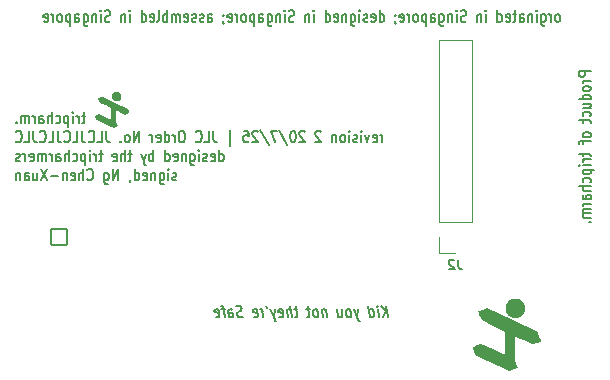
<source format=gbr>
%TF.GenerationSoftware,KiCad,Pcbnew,9.0.3*%
%TF.CreationDate,2025-07-20T17:10:54+08:00*%
%TF.ProjectId,pcb_all,7063625f-616c-46c2-9e6b-696361645f70,1*%
%TF.SameCoordinates,Original*%
%TF.FileFunction,Legend,Bot*%
%TF.FilePolarity,Positive*%
%FSLAX46Y46*%
G04 Gerber Fmt 4.6, Leading zero omitted, Abs format (unit mm)*
G04 Created by KiCad (PCBNEW 9.0.3) date 2025-07-20 17:10:54*
%MOMM*%
%LPD*%
G01*
G04 APERTURE LIST*
G04 Aperture macros list*
%AMRoundRect*
0 Rectangle with rounded corners*
0 $1 Rounding radius*
0 $2 $3 $4 $5 $6 $7 $8 $9 X,Y pos of 4 corners*
0 Add a 4 corners polygon primitive as box body*
4,1,4,$2,$3,$4,$5,$6,$7,$8,$9,$2,$3,0*
0 Add four circle primitives for the rounded corners*
1,1,$1+$1,$2,$3*
1,1,$1+$1,$4,$5*
1,1,$1+$1,$6,$7*
1,1,$1+$1,$8,$9*
0 Add four rect primitives between the rounded corners*
20,1,$1+$1,$2,$3,$4,$5,0*
20,1,$1+$1,$4,$5,$6,$7,0*
20,1,$1+$1,$6,$7,$8,$9,0*
20,1,$1+$1,$8,$9,$2,$3,0*%
G04 Aperture macros list end*
%ADD10C,0.000000*%
%ADD11C,0.200000*%
%ADD12C,0.120000*%
%ADD13R,1.700000X1.700000*%
%ADD14C,1.700000*%
%ADD15C,1.600000*%
%ADD16C,3.800000*%
%ADD17C,1.212000*%
%ADD18RoundRect,0.102000X0.679000X-0.679000X0.679000X0.679000X-0.679000X0.679000X-0.679000X-0.679000X0*%
%ADD19C,1.562000*%
G04 APERTURE END LIST*
D10*
G36*
X185446411Y-115500271D02*
G01*
X187582998Y-116509985D01*
X187729247Y-116889593D01*
X187785740Y-117037282D01*
X187831445Y-117158784D01*
X187861684Y-117241523D01*
X187869542Y-117264425D01*
X187871400Y-117270572D01*
X187871780Y-117272920D01*
X187839999Y-117284387D01*
X187756215Y-117312862D01*
X187483588Y-117403672D01*
X187099114Y-117530707D01*
X186400000Y-117200000D01*
X185902281Y-116965308D01*
X185747783Y-116893034D01*
X185687371Y-116865445D01*
X185681888Y-116866306D01*
X185677434Y-116881087D01*
X185673512Y-116922823D01*
X185669628Y-117004551D01*
X185644567Y-117992088D01*
X185626090Y-118786851D01*
X185643232Y-118800655D01*
X185649151Y-118810790D01*
X185659396Y-118834239D01*
X185690220Y-118913495D01*
X185774681Y-119148327D01*
X185854272Y-119383771D01*
X185879009Y-119463790D01*
X185885297Y-119487737D01*
X185886650Y-119498445D01*
X185857813Y-119513068D01*
X185783848Y-119545654D01*
X185559051Y-119640441D01*
X185329287Y-119734250D01*
X185249114Y-119765614D01*
X185211586Y-119778527D01*
X185210132Y-119778766D01*
X185208658Y-119779059D01*
X185207176Y-119779401D01*
X185205694Y-119779788D01*
X185204224Y-119780217D01*
X185202776Y-119780682D01*
X185201359Y-119781180D01*
X185199985Y-119781706D01*
X185198662Y-119782258D01*
X185197402Y-119782830D01*
X185196214Y-119783418D01*
X185195109Y-119784020D01*
X185194097Y-119784629D01*
X185193188Y-119785243D01*
X185192392Y-119785858D01*
X185191719Y-119786468D01*
X185190026Y-119788081D01*
X185188415Y-119789411D01*
X185186843Y-119790439D01*
X185186059Y-119790834D01*
X185185269Y-119791146D01*
X185184469Y-119791372D01*
X185183651Y-119791511D01*
X185182813Y-119791560D01*
X185181947Y-119791515D01*
X185181050Y-119791376D01*
X185180115Y-119791140D01*
X185179138Y-119790803D01*
X185178113Y-119790364D01*
X185177035Y-119789820D01*
X185175899Y-119789168D01*
X185173432Y-119787534D01*
X185170669Y-119785441D01*
X185167568Y-119782869D01*
X185164089Y-119779800D01*
X185160188Y-119776213D01*
X185150955Y-119767408D01*
X185057794Y-119719075D01*
X184797427Y-119596488D01*
X183728152Y-119106765D01*
X182738714Y-118654085D01*
X182435539Y-118513482D01*
X182352029Y-118473922D01*
X182321597Y-118458403D01*
X182308241Y-118425380D01*
X182280367Y-118347887D01*
X182201169Y-118118604D01*
X182124217Y-117888782D01*
X182099149Y-117810616D01*
X182089722Y-117776650D01*
X182090864Y-117774462D01*
X182094307Y-117771468D01*
X182108400Y-117762929D01*
X182132616Y-117750759D01*
X182167567Y-117734682D01*
X182272133Y-117689712D01*
X182427006Y-117625825D01*
X182764161Y-117488341D01*
X183773179Y-117947522D01*
X184486804Y-118270774D01*
X184704675Y-118368296D01*
X184764341Y-118394490D01*
X184785625Y-118403147D01*
X184810647Y-117495329D01*
X184833158Y-116506782D01*
X184833053Y-116459706D01*
X183830795Y-115986137D01*
X182828537Y-115512570D01*
X182683438Y-115136173D01*
X182644113Y-115033774D01*
X182612455Y-114950371D01*
X182587848Y-114884196D01*
X182577997Y-114857015D01*
X182569678Y-114833477D01*
X182562814Y-114813361D01*
X182557328Y-114796446D01*
X182553143Y-114782511D01*
X182550183Y-114771334D01*
X182548370Y-114762693D01*
X182547870Y-114759255D01*
X182547627Y-114756369D01*
X182547633Y-114754006D01*
X182547878Y-114752139D01*
X182548352Y-114750741D01*
X182549045Y-114749783D01*
X182558851Y-114745232D01*
X182582795Y-114736069D01*
X182666774Y-114706118D01*
X182788324Y-114664347D01*
X182934788Y-114615173D01*
X183309823Y-114490558D01*
X185446411Y-115500271D01*
G37*
G36*
X151951660Y-96146739D02*
G01*
X151973939Y-96146939D01*
X151983101Y-96147139D01*
X151991165Y-96147427D01*
X151998298Y-96147818D01*
X152004664Y-96148329D01*
X152010429Y-96148974D01*
X152015760Y-96149771D01*
X152020821Y-96150734D01*
X152025779Y-96151880D01*
X152030799Y-96153224D01*
X152036046Y-96154782D01*
X152047887Y-96158603D01*
X152072791Y-96167626D01*
X152096779Y-96177904D01*
X152119827Y-96189416D01*
X152141914Y-96202137D01*
X152163015Y-96216045D01*
X152183109Y-96231115D01*
X152202173Y-96247326D01*
X152220184Y-96264654D01*
X152237119Y-96283075D01*
X152252956Y-96302566D01*
X152267672Y-96323105D01*
X152281244Y-96344667D01*
X152293651Y-96367230D01*
X152304868Y-96390771D01*
X152314873Y-96415266D01*
X152323644Y-96440692D01*
X152326689Y-96450839D01*
X152329049Y-96460239D01*
X152330809Y-96469895D01*
X152332057Y-96480810D01*
X152332877Y-96493986D01*
X152333357Y-96510426D01*
X152333581Y-96531132D01*
X152333637Y-96557108D01*
X152333608Y-96585088D01*
X152333412Y-96606660D01*
X152333201Y-96615509D01*
X152332886Y-96623313D01*
X152332448Y-96630258D01*
X152331865Y-96636531D01*
X152331118Y-96642316D01*
X152330186Y-96647800D01*
X152329048Y-96653168D01*
X152327684Y-96658606D01*
X152326074Y-96664299D01*
X152324197Y-96670434D01*
X152319559Y-96684771D01*
X152313028Y-96703280D01*
X152305697Y-96721382D01*
X152297583Y-96739055D01*
X152288705Y-96756276D01*
X152279081Y-96773023D01*
X152268730Y-96789273D01*
X152257670Y-96805003D01*
X152245920Y-96820190D01*
X152233497Y-96834813D01*
X152220420Y-96848848D01*
X152206708Y-96862272D01*
X152192379Y-96875064D01*
X152177452Y-96887199D01*
X152161944Y-96898656D01*
X152145874Y-96909412D01*
X152129261Y-96919444D01*
X152123201Y-96922791D01*
X152116618Y-96926201D01*
X152102166Y-96933103D01*
X152086460Y-96939937D01*
X152070060Y-96946490D01*
X152053521Y-96952547D01*
X152037402Y-96957896D01*
X152022260Y-96962324D01*
X152015229Y-96964125D01*
X152008651Y-96965616D01*
X152008651Y-96965617D01*
X152003454Y-96966347D01*
X151995515Y-96966982D01*
X151985230Y-96967510D01*
X151972993Y-96967921D01*
X151944242Y-96968352D01*
X151912420Y-96968188D01*
X151888167Y-96967763D01*
X151868802Y-96967230D01*
X151860634Y-96966887D01*
X151853305Y-96966475D01*
X151846688Y-96965978D01*
X151840655Y-96965383D01*
X151835079Y-96964675D01*
X151829832Y-96963840D01*
X151824787Y-96962863D01*
X151819816Y-96961731D01*
X151814791Y-96960428D01*
X151809585Y-96958941D01*
X151798120Y-96955357D01*
X151773957Y-96946765D01*
X151750598Y-96936902D01*
X151728072Y-96925798D01*
X151706408Y-96913483D01*
X151685638Y-96899985D01*
X151665790Y-96885336D01*
X151646894Y-96869563D01*
X151628980Y-96852698D01*
X151612077Y-96834770D01*
X151596215Y-96815808D01*
X151581424Y-96795842D01*
X151567734Y-96774902D01*
X151555173Y-96753017D01*
X151543773Y-96730218D01*
X151533562Y-96706533D01*
X151524570Y-96681992D01*
X151520678Y-96670120D01*
X151517728Y-96659872D01*
X151516565Y-96654936D01*
X151515588Y-96649901D01*
X151514782Y-96644599D01*
X151514129Y-96638861D01*
X151513221Y-96625408D01*
X151512733Y-96608195D01*
X151512536Y-96585877D01*
X151512499Y-96557109D01*
X151512536Y-96528340D01*
X151512733Y-96506022D01*
X151512932Y-96496862D01*
X151513221Y-96488809D01*
X151513614Y-96481697D01*
X151514129Y-96475356D01*
X151514782Y-96469619D01*
X151515588Y-96464316D01*
X151516565Y-96459281D01*
X151517728Y-96454345D01*
X151519094Y-96449340D01*
X151520678Y-96444097D01*
X151524570Y-96432225D01*
X151533544Y-96407713D01*
X151543720Y-96384071D01*
X151555070Y-96361325D01*
X151567571Y-96339500D01*
X151581198Y-96318620D01*
X151595923Y-96298712D01*
X151611724Y-96279801D01*
X151628573Y-96261911D01*
X151646447Y-96245068D01*
X151665320Y-96229297D01*
X151685166Y-96214624D01*
X151705961Y-96201074D01*
X151727679Y-96188671D01*
X151750295Y-96177441D01*
X151773784Y-96167410D01*
X151798120Y-96158603D01*
X151809960Y-96154782D01*
X151820228Y-96151880D01*
X151825185Y-96150734D01*
X151830247Y-96149771D01*
X151835577Y-96148974D01*
X151841343Y-96148329D01*
X151854842Y-96147427D01*
X151872068Y-96146939D01*
X151894347Y-96146739D01*
X151923003Y-96146700D01*
X151951660Y-96146739D01*
G37*
G36*
X151800000Y-97067482D02*
G01*
X152868293Y-97572338D01*
X152941418Y-97762143D01*
X152969665Y-97835987D01*
X152992517Y-97896738D01*
X153007636Y-97938107D01*
X153011565Y-97949558D01*
X153012494Y-97952632D01*
X153012684Y-97953806D01*
X152996794Y-97959540D01*
X152954902Y-97973777D01*
X152818589Y-98019182D01*
X152626352Y-98082699D01*
X152276794Y-97917346D01*
X152027935Y-97800000D01*
X151950686Y-97763863D01*
X151920480Y-97750069D01*
X151917739Y-97750499D01*
X151915511Y-97757889D01*
X151913551Y-97778758D01*
X151911609Y-97819622D01*
X151899078Y-98313390D01*
X151889839Y-98710772D01*
X151898411Y-98717673D01*
X151901370Y-98722741D01*
X151906492Y-98734466D01*
X151921905Y-98774093D01*
X151964135Y-98891509D01*
X152003930Y-99009231D01*
X152016299Y-99049241D01*
X152019443Y-99061214D01*
X152020120Y-99066569D01*
X152005701Y-99073880D01*
X151968719Y-99090173D01*
X151856320Y-99137566D01*
X151741438Y-99184471D01*
X151701352Y-99200153D01*
X151682588Y-99206609D01*
X151681860Y-99206729D01*
X151681124Y-99206876D01*
X151680382Y-99207047D01*
X151679642Y-99207240D01*
X151678907Y-99207454D01*
X151678183Y-99207687D01*
X151677474Y-99207936D01*
X151676787Y-99208199D01*
X151676126Y-99208475D01*
X151675495Y-99208761D01*
X151674902Y-99209055D01*
X151674349Y-99209356D01*
X151673843Y-99209661D01*
X151673388Y-99209968D01*
X151672990Y-99210275D01*
X151672654Y-99210580D01*
X151671808Y-99211386D01*
X151671002Y-99212051D01*
X151670216Y-99212566D01*
X151669824Y-99212763D01*
X151669429Y-99212919D01*
X151669029Y-99213032D01*
X151668620Y-99213101D01*
X151668201Y-99213126D01*
X151667768Y-99213104D01*
X151667319Y-99213034D01*
X151666852Y-99212916D01*
X151666363Y-99212747D01*
X151665851Y-99212528D01*
X151665312Y-99212256D01*
X151664744Y-99211930D01*
X151663510Y-99211113D01*
X151662129Y-99210066D01*
X151660579Y-99208781D01*
X151658839Y-99207246D01*
X151656888Y-99205452D01*
X151652272Y-99201050D01*
X151605691Y-99176883D01*
X151475508Y-99115590D01*
X150940870Y-98870729D01*
X150446151Y-98644388D01*
X150294564Y-98574087D01*
X150252809Y-98554307D01*
X150237593Y-98546547D01*
X150230915Y-98530036D01*
X150216978Y-98491290D01*
X150177379Y-98376648D01*
X150138903Y-98261737D01*
X150126369Y-98222654D01*
X150121656Y-98205671D01*
X150122227Y-98204577D01*
X150123948Y-98203080D01*
X150130995Y-98198811D01*
X150143102Y-98192725D01*
X150160578Y-98184687D01*
X150212861Y-98162202D01*
X150290298Y-98130258D01*
X150458875Y-98061517D01*
X150963384Y-98291107D01*
X151320196Y-98452733D01*
X151429132Y-98501494D01*
X151458965Y-98514591D01*
X151469607Y-98518920D01*
X151482118Y-98065011D01*
X151493374Y-97570737D01*
X151493321Y-97547199D01*
X150992192Y-97310415D01*
X150491063Y-97073631D01*
X150418513Y-96885433D01*
X150398851Y-96834233D01*
X150383022Y-96792532D01*
X150370719Y-96759444D01*
X150365793Y-96745853D01*
X150361634Y-96734085D01*
X150358201Y-96724027D01*
X150355459Y-96715569D01*
X150353366Y-96708601D01*
X150351886Y-96703013D01*
X150350979Y-96698693D01*
X150350729Y-96696974D01*
X150350608Y-96695530D01*
X150350611Y-96694349D01*
X150350734Y-96693416D01*
X150350970Y-96692716D01*
X150351317Y-96692237D01*
X150356220Y-96689962D01*
X150368192Y-96685380D01*
X150410181Y-96670405D01*
X150470956Y-96649520D01*
X150544188Y-96624932D01*
X150731706Y-96562625D01*
X151800000Y-97067482D01*
G37*
G36*
X185749731Y-113658786D02*
G01*
X185794289Y-113659186D01*
X185812613Y-113659586D01*
X185828741Y-113660162D01*
X185843006Y-113660944D01*
X185855739Y-113661965D01*
X185867270Y-113663257D01*
X185877931Y-113664850D01*
X185888054Y-113666776D01*
X185897969Y-113669068D01*
X185908009Y-113671756D01*
X185918504Y-113674871D01*
X185942184Y-113682514D01*
X185991994Y-113700559D01*
X186039969Y-113721117D01*
X186086066Y-113744140D01*
X186130238Y-113769582D01*
X186172441Y-113797397D01*
X186212629Y-113827539D01*
X186250756Y-113859960D01*
X186286778Y-113894615D01*
X186320649Y-113931457D01*
X186352323Y-113970440D01*
X186381755Y-114011517D01*
X186408900Y-114054642D01*
X186433712Y-114099768D01*
X186456146Y-114146850D01*
X186476157Y-114195840D01*
X186493699Y-114246692D01*
X186499789Y-114266985D01*
X186504509Y-114285785D01*
X186508030Y-114305098D01*
X186510525Y-114326927D01*
X186512165Y-114353279D01*
X186513124Y-114386159D01*
X186513573Y-114427573D01*
X186513685Y-114479525D01*
X186513627Y-114535483D01*
X186513236Y-114578629D01*
X186512812Y-114596326D01*
X186512183Y-114611934D01*
X186511306Y-114625825D01*
X186510141Y-114638369D01*
X186508647Y-114649940D01*
X186506782Y-114660907D01*
X186504507Y-114671643D01*
X186501779Y-114682519D01*
X186498559Y-114693906D01*
X186494804Y-114706176D01*
X186485529Y-114734851D01*
X186472468Y-114771868D01*
X186457805Y-114808072D01*
X186441577Y-114843417D01*
X186423821Y-114877860D01*
X186404574Y-114911354D01*
X186383871Y-114943853D01*
X186361751Y-114975313D01*
X186338250Y-115005689D01*
X186313405Y-115034934D01*
X186287252Y-115063004D01*
X186259828Y-115089852D01*
X186231170Y-115115435D01*
X186201315Y-115139706D01*
X186170299Y-115162620D01*
X186138160Y-115184132D01*
X186104934Y-115204196D01*
X186092813Y-115210890D01*
X186079648Y-115217710D01*
X186050742Y-115231515D01*
X186019332Y-115245182D01*
X185986531Y-115258287D01*
X185953454Y-115270402D01*
X185921215Y-115281101D01*
X185890930Y-115289956D01*
X185876869Y-115293559D01*
X185863713Y-115296541D01*
X185863712Y-115296541D01*
X185853318Y-115298002D01*
X185837442Y-115299271D01*
X185816872Y-115300328D01*
X185792398Y-115301151D01*
X185734896Y-115302011D01*
X185671251Y-115301683D01*
X185622745Y-115300833D01*
X185584015Y-115299768D01*
X185567679Y-115299083D01*
X185553021Y-115298258D01*
X185539787Y-115297265D01*
X185527722Y-115296074D01*
X185516570Y-115294658D01*
X185506076Y-115292988D01*
X185495985Y-115291035D01*
X185486043Y-115288770D01*
X185475993Y-115286165D01*
X185465581Y-115283191D01*
X185442651Y-115276022D01*
X185394325Y-115258838D01*
X185347606Y-115239112D01*
X185302554Y-115216904D01*
X185259228Y-115192273D01*
X185217687Y-115165278D01*
X185177991Y-115135979D01*
X185140199Y-115104435D01*
X185104371Y-115070704D01*
X185070565Y-115034848D01*
X185038842Y-114996924D01*
X185009260Y-114956992D01*
X184981879Y-114915112D01*
X184956758Y-114871342D01*
X184933957Y-114825743D01*
X184913534Y-114778373D01*
X184895550Y-114729292D01*
X184887768Y-114705549D01*
X184881867Y-114685052D01*
X184879541Y-114675179D01*
X184877587Y-114665109D01*
X184875975Y-114654505D01*
X184874669Y-114643030D01*
X184872853Y-114616123D01*
X184871877Y-114581698D01*
X184871482Y-114537062D01*
X184871409Y-114479525D01*
X184871482Y-114421988D01*
X184871877Y-114377352D01*
X184872276Y-114359032D01*
X184872853Y-114342927D01*
X184873640Y-114328702D01*
X184874669Y-114316020D01*
X184875975Y-114304545D01*
X184877587Y-114293941D01*
X184879541Y-114283871D01*
X184881867Y-114273998D01*
X184884598Y-114263987D01*
X184887768Y-114253501D01*
X184895550Y-114229758D01*
X184913500Y-114180734D01*
X184933850Y-114133451D01*
X184956552Y-114087958D01*
X184981554Y-114044307D01*
X185008806Y-114002549D01*
X185038258Y-113962732D01*
X185069858Y-113924909D01*
X185103558Y-113889130D01*
X185139306Y-113855444D01*
X185177051Y-113823903D01*
X185216744Y-113794556D01*
X185258333Y-113767455D01*
X185301769Y-113742650D01*
X185347001Y-113720191D01*
X185393979Y-113700129D01*
X185442651Y-113682514D01*
X185466332Y-113674871D01*
X185486866Y-113669068D01*
X185496782Y-113666776D01*
X185506904Y-113664850D01*
X185517566Y-113663257D01*
X185529097Y-113661965D01*
X185556094Y-113660162D01*
X185590546Y-113659186D01*
X185635104Y-113658786D01*
X185692418Y-113658709D01*
X185749731Y-113658786D01*
G37*
D11*
X192052219Y-94419046D02*
X191052219Y-94419046D01*
X191052219Y-94419046D02*
X191052219Y-94723808D01*
X191052219Y-94723808D02*
X191099838Y-94799998D01*
X191099838Y-94799998D02*
X191147457Y-94838093D01*
X191147457Y-94838093D02*
X191242695Y-94876189D01*
X191242695Y-94876189D02*
X191385552Y-94876189D01*
X191385552Y-94876189D02*
X191480790Y-94838093D01*
X191480790Y-94838093D02*
X191528409Y-94799998D01*
X191528409Y-94799998D02*
X191576028Y-94723808D01*
X191576028Y-94723808D02*
X191576028Y-94419046D01*
X192052219Y-95219046D02*
X191385552Y-95219046D01*
X191576028Y-95219046D02*
X191480790Y-95257141D01*
X191480790Y-95257141D02*
X191433171Y-95295236D01*
X191433171Y-95295236D02*
X191385552Y-95371427D01*
X191385552Y-95371427D02*
X191385552Y-95447617D01*
X192052219Y-95828569D02*
X192004600Y-95752379D01*
X192004600Y-95752379D02*
X191956980Y-95714284D01*
X191956980Y-95714284D02*
X191861742Y-95676188D01*
X191861742Y-95676188D02*
X191576028Y-95676188D01*
X191576028Y-95676188D02*
X191480790Y-95714284D01*
X191480790Y-95714284D02*
X191433171Y-95752379D01*
X191433171Y-95752379D02*
X191385552Y-95828569D01*
X191385552Y-95828569D02*
X191385552Y-95942855D01*
X191385552Y-95942855D02*
X191433171Y-96019046D01*
X191433171Y-96019046D02*
X191480790Y-96057141D01*
X191480790Y-96057141D02*
X191576028Y-96095236D01*
X191576028Y-96095236D02*
X191861742Y-96095236D01*
X191861742Y-96095236D02*
X191956980Y-96057141D01*
X191956980Y-96057141D02*
X192004600Y-96019046D01*
X192004600Y-96019046D02*
X192052219Y-95942855D01*
X192052219Y-95942855D02*
X192052219Y-95828569D01*
X192052219Y-96780951D02*
X191052219Y-96780951D01*
X192004600Y-96780951D02*
X192052219Y-96704760D01*
X192052219Y-96704760D02*
X192052219Y-96552379D01*
X192052219Y-96552379D02*
X192004600Y-96476189D01*
X192004600Y-96476189D02*
X191956980Y-96438094D01*
X191956980Y-96438094D02*
X191861742Y-96399998D01*
X191861742Y-96399998D02*
X191576028Y-96399998D01*
X191576028Y-96399998D02*
X191480790Y-96438094D01*
X191480790Y-96438094D02*
X191433171Y-96476189D01*
X191433171Y-96476189D02*
X191385552Y-96552379D01*
X191385552Y-96552379D02*
X191385552Y-96704760D01*
X191385552Y-96704760D02*
X191433171Y-96780951D01*
X191385552Y-97504761D02*
X192052219Y-97504761D01*
X191385552Y-97161904D02*
X191909361Y-97161904D01*
X191909361Y-97161904D02*
X192004600Y-97199999D01*
X192004600Y-97199999D02*
X192052219Y-97276189D01*
X192052219Y-97276189D02*
X192052219Y-97390475D01*
X192052219Y-97390475D02*
X192004600Y-97466666D01*
X192004600Y-97466666D02*
X191956980Y-97504761D01*
X192004600Y-98228571D02*
X192052219Y-98152380D01*
X192052219Y-98152380D02*
X192052219Y-97999999D01*
X192052219Y-97999999D02*
X192004600Y-97923809D01*
X192004600Y-97923809D02*
X191956980Y-97885714D01*
X191956980Y-97885714D02*
X191861742Y-97847618D01*
X191861742Y-97847618D02*
X191576028Y-97847618D01*
X191576028Y-97847618D02*
X191480790Y-97885714D01*
X191480790Y-97885714D02*
X191433171Y-97923809D01*
X191433171Y-97923809D02*
X191385552Y-97999999D01*
X191385552Y-97999999D02*
X191385552Y-98152380D01*
X191385552Y-98152380D02*
X191433171Y-98228571D01*
X191385552Y-98457142D02*
X191385552Y-98761904D01*
X191052219Y-98571428D02*
X191909361Y-98571428D01*
X191909361Y-98571428D02*
X192004600Y-98609523D01*
X192004600Y-98609523D02*
X192052219Y-98685713D01*
X192052219Y-98685713D02*
X192052219Y-98761904D01*
X192052219Y-99752380D02*
X192004600Y-99676190D01*
X192004600Y-99676190D02*
X191956980Y-99638095D01*
X191956980Y-99638095D02*
X191861742Y-99599999D01*
X191861742Y-99599999D02*
X191576028Y-99599999D01*
X191576028Y-99599999D02*
X191480790Y-99638095D01*
X191480790Y-99638095D02*
X191433171Y-99676190D01*
X191433171Y-99676190D02*
X191385552Y-99752380D01*
X191385552Y-99752380D02*
X191385552Y-99866666D01*
X191385552Y-99866666D02*
X191433171Y-99942857D01*
X191433171Y-99942857D02*
X191480790Y-99980952D01*
X191480790Y-99980952D02*
X191576028Y-100019047D01*
X191576028Y-100019047D02*
X191861742Y-100019047D01*
X191861742Y-100019047D02*
X191956980Y-99980952D01*
X191956980Y-99980952D02*
X192004600Y-99942857D01*
X192004600Y-99942857D02*
X192052219Y-99866666D01*
X192052219Y-99866666D02*
X192052219Y-99752380D01*
X191385552Y-100247619D02*
X191385552Y-100552381D01*
X192052219Y-100361905D02*
X191195076Y-100361905D01*
X191195076Y-100361905D02*
X191099838Y-100400000D01*
X191099838Y-100400000D02*
X191052219Y-100476190D01*
X191052219Y-100476190D02*
X191052219Y-100552381D01*
X191385552Y-101314286D02*
X191385552Y-101619048D01*
X191052219Y-101428572D02*
X191909361Y-101428572D01*
X191909361Y-101428572D02*
X192004600Y-101466667D01*
X192004600Y-101466667D02*
X192052219Y-101542857D01*
X192052219Y-101542857D02*
X192052219Y-101619048D01*
X192052219Y-101885715D02*
X191385552Y-101885715D01*
X191576028Y-101885715D02*
X191480790Y-101923810D01*
X191480790Y-101923810D02*
X191433171Y-101961905D01*
X191433171Y-101961905D02*
X191385552Y-102038096D01*
X191385552Y-102038096D02*
X191385552Y-102114286D01*
X192052219Y-102380953D02*
X191385552Y-102380953D01*
X191052219Y-102380953D02*
X191099838Y-102342857D01*
X191099838Y-102342857D02*
X191147457Y-102380953D01*
X191147457Y-102380953D02*
X191099838Y-102419048D01*
X191099838Y-102419048D02*
X191052219Y-102380953D01*
X191052219Y-102380953D02*
X191147457Y-102380953D01*
X191385552Y-102761905D02*
X192385552Y-102761905D01*
X191433171Y-102761905D02*
X191385552Y-102838095D01*
X191385552Y-102838095D02*
X191385552Y-102990476D01*
X191385552Y-102990476D02*
X191433171Y-103066667D01*
X191433171Y-103066667D02*
X191480790Y-103104762D01*
X191480790Y-103104762D02*
X191576028Y-103142857D01*
X191576028Y-103142857D02*
X191861742Y-103142857D01*
X191861742Y-103142857D02*
X191956980Y-103104762D01*
X191956980Y-103104762D02*
X192004600Y-103066667D01*
X192004600Y-103066667D02*
X192052219Y-102990476D01*
X192052219Y-102990476D02*
X192052219Y-102838095D01*
X192052219Y-102838095D02*
X192004600Y-102761905D01*
X192004600Y-103828572D02*
X192052219Y-103752381D01*
X192052219Y-103752381D02*
X192052219Y-103600000D01*
X192052219Y-103600000D02*
X192004600Y-103523810D01*
X192004600Y-103523810D02*
X191956980Y-103485715D01*
X191956980Y-103485715D02*
X191861742Y-103447619D01*
X191861742Y-103447619D02*
X191576028Y-103447619D01*
X191576028Y-103447619D02*
X191480790Y-103485715D01*
X191480790Y-103485715D02*
X191433171Y-103523810D01*
X191433171Y-103523810D02*
X191385552Y-103600000D01*
X191385552Y-103600000D02*
X191385552Y-103752381D01*
X191385552Y-103752381D02*
X191433171Y-103828572D01*
X192052219Y-104171429D02*
X191052219Y-104171429D01*
X192052219Y-104514286D02*
X191528409Y-104514286D01*
X191528409Y-104514286D02*
X191433171Y-104476191D01*
X191433171Y-104476191D02*
X191385552Y-104400000D01*
X191385552Y-104400000D02*
X191385552Y-104285714D01*
X191385552Y-104285714D02*
X191433171Y-104209524D01*
X191433171Y-104209524D02*
X191480790Y-104171429D01*
X192052219Y-105238096D02*
X191528409Y-105238096D01*
X191528409Y-105238096D02*
X191433171Y-105200001D01*
X191433171Y-105200001D02*
X191385552Y-105123810D01*
X191385552Y-105123810D02*
X191385552Y-104971429D01*
X191385552Y-104971429D02*
X191433171Y-104895239D01*
X192004600Y-105238096D02*
X192052219Y-105161905D01*
X192052219Y-105161905D02*
X192052219Y-104971429D01*
X192052219Y-104971429D02*
X192004600Y-104895239D01*
X192004600Y-104895239D02*
X191909361Y-104857143D01*
X191909361Y-104857143D02*
X191814123Y-104857143D01*
X191814123Y-104857143D02*
X191718885Y-104895239D01*
X191718885Y-104895239D02*
X191671266Y-104971429D01*
X191671266Y-104971429D02*
X191671266Y-105161905D01*
X191671266Y-105161905D02*
X191623647Y-105238096D01*
X192052219Y-105619049D02*
X191385552Y-105619049D01*
X191576028Y-105619049D02*
X191480790Y-105657144D01*
X191480790Y-105657144D02*
X191433171Y-105695239D01*
X191433171Y-105695239D02*
X191385552Y-105771430D01*
X191385552Y-105771430D02*
X191385552Y-105847620D01*
X192052219Y-106114287D02*
X191385552Y-106114287D01*
X191480790Y-106114287D02*
X191433171Y-106152382D01*
X191433171Y-106152382D02*
X191385552Y-106228572D01*
X191385552Y-106228572D02*
X191385552Y-106342858D01*
X191385552Y-106342858D02*
X191433171Y-106419049D01*
X191433171Y-106419049D02*
X191528409Y-106457144D01*
X191528409Y-106457144D02*
X192052219Y-106457144D01*
X191528409Y-106457144D02*
X191433171Y-106495239D01*
X191433171Y-106495239D02*
X191385552Y-106571430D01*
X191385552Y-106571430D02*
X191385552Y-106685715D01*
X191385552Y-106685715D02*
X191433171Y-106761906D01*
X191433171Y-106761906D02*
X191528409Y-106800001D01*
X191528409Y-106800001D02*
X192052219Y-106800001D01*
X191956980Y-107180954D02*
X192004600Y-107219049D01*
X192004600Y-107219049D02*
X192052219Y-107180954D01*
X192052219Y-107180954D02*
X192004600Y-107142858D01*
X192004600Y-107142858D02*
X191956980Y-107180954D01*
X191956980Y-107180954D02*
X192052219Y-107180954D01*
X149288721Y-98170636D02*
X148983959Y-98170636D01*
X149174435Y-97837303D02*
X149174435Y-98694445D01*
X149174435Y-98694445D02*
X149136340Y-98789684D01*
X149136340Y-98789684D02*
X149060150Y-98837303D01*
X149060150Y-98837303D02*
X148983959Y-98837303D01*
X148717292Y-98837303D02*
X148717292Y-98170636D01*
X148717292Y-98361112D02*
X148679197Y-98265874D01*
X148679197Y-98265874D02*
X148641102Y-98218255D01*
X148641102Y-98218255D02*
X148564911Y-98170636D01*
X148564911Y-98170636D02*
X148488721Y-98170636D01*
X148222054Y-98837303D02*
X148222054Y-98170636D01*
X148222054Y-97837303D02*
X148260150Y-97884922D01*
X148260150Y-97884922D02*
X148222054Y-97932541D01*
X148222054Y-97932541D02*
X148183959Y-97884922D01*
X148183959Y-97884922D02*
X148222054Y-97837303D01*
X148222054Y-97837303D02*
X148222054Y-97932541D01*
X147841102Y-98170636D02*
X147841102Y-99170636D01*
X147841102Y-98218255D02*
X147764912Y-98170636D01*
X147764912Y-98170636D02*
X147612531Y-98170636D01*
X147612531Y-98170636D02*
X147536340Y-98218255D01*
X147536340Y-98218255D02*
X147498245Y-98265874D01*
X147498245Y-98265874D02*
X147460150Y-98361112D01*
X147460150Y-98361112D02*
X147460150Y-98646826D01*
X147460150Y-98646826D02*
X147498245Y-98742064D01*
X147498245Y-98742064D02*
X147536340Y-98789684D01*
X147536340Y-98789684D02*
X147612531Y-98837303D01*
X147612531Y-98837303D02*
X147764912Y-98837303D01*
X147764912Y-98837303D02*
X147841102Y-98789684D01*
X146774435Y-98789684D02*
X146850626Y-98837303D01*
X146850626Y-98837303D02*
X147003007Y-98837303D01*
X147003007Y-98837303D02*
X147079197Y-98789684D01*
X147079197Y-98789684D02*
X147117292Y-98742064D01*
X147117292Y-98742064D02*
X147155388Y-98646826D01*
X147155388Y-98646826D02*
X147155388Y-98361112D01*
X147155388Y-98361112D02*
X147117292Y-98265874D01*
X147117292Y-98265874D02*
X147079197Y-98218255D01*
X147079197Y-98218255D02*
X147003007Y-98170636D01*
X147003007Y-98170636D02*
X146850626Y-98170636D01*
X146850626Y-98170636D02*
X146774435Y-98218255D01*
X146431578Y-98837303D02*
X146431578Y-97837303D01*
X146088721Y-98837303D02*
X146088721Y-98313493D01*
X146088721Y-98313493D02*
X146126816Y-98218255D01*
X146126816Y-98218255D02*
X146203007Y-98170636D01*
X146203007Y-98170636D02*
X146317293Y-98170636D01*
X146317293Y-98170636D02*
X146393483Y-98218255D01*
X146393483Y-98218255D02*
X146431578Y-98265874D01*
X145364911Y-98837303D02*
X145364911Y-98313493D01*
X145364911Y-98313493D02*
X145403006Y-98218255D01*
X145403006Y-98218255D02*
X145479197Y-98170636D01*
X145479197Y-98170636D02*
X145631578Y-98170636D01*
X145631578Y-98170636D02*
X145707768Y-98218255D01*
X145364911Y-98789684D02*
X145441102Y-98837303D01*
X145441102Y-98837303D02*
X145631578Y-98837303D01*
X145631578Y-98837303D02*
X145707768Y-98789684D01*
X145707768Y-98789684D02*
X145745864Y-98694445D01*
X145745864Y-98694445D02*
X145745864Y-98599207D01*
X145745864Y-98599207D02*
X145707768Y-98503969D01*
X145707768Y-98503969D02*
X145631578Y-98456350D01*
X145631578Y-98456350D02*
X145441102Y-98456350D01*
X145441102Y-98456350D02*
X145364911Y-98408731D01*
X144983958Y-98837303D02*
X144983958Y-98170636D01*
X144983958Y-98361112D02*
X144945863Y-98265874D01*
X144945863Y-98265874D02*
X144907768Y-98218255D01*
X144907768Y-98218255D02*
X144831577Y-98170636D01*
X144831577Y-98170636D02*
X144755387Y-98170636D01*
X144488720Y-98837303D02*
X144488720Y-98170636D01*
X144488720Y-98265874D02*
X144450625Y-98218255D01*
X144450625Y-98218255D02*
X144374435Y-98170636D01*
X144374435Y-98170636D02*
X144260149Y-98170636D01*
X144260149Y-98170636D02*
X144183958Y-98218255D01*
X144183958Y-98218255D02*
X144145863Y-98313493D01*
X144145863Y-98313493D02*
X144145863Y-98837303D01*
X144145863Y-98313493D02*
X144107768Y-98218255D01*
X144107768Y-98218255D02*
X144031577Y-98170636D01*
X144031577Y-98170636D02*
X143917292Y-98170636D01*
X143917292Y-98170636D02*
X143841101Y-98218255D01*
X143841101Y-98218255D02*
X143803006Y-98313493D01*
X143803006Y-98313493D02*
X143803006Y-98837303D01*
X143422053Y-98742064D02*
X143383958Y-98789684D01*
X143383958Y-98789684D02*
X143422053Y-98837303D01*
X143422053Y-98837303D02*
X143460149Y-98789684D01*
X143460149Y-98789684D02*
X143422053Y-98742064D01*
X143422053Y-98742064D02*
X143422053Y-98837303D01*
X174431580Y-100447247D02*
X174431580Y-99780580D01*
X174431580Y-99971056D02*
X174393485Y-99875818D01*
X174393485Y-99875818D02*
X174355390Y-99828199D01*
X174355390Y-99828199D02*
X174279199Y-99780580D01*
X174279199Y-99780580D02*
X174203009Y-99780580D01*
X173631580Y-100399628D02*
X173707771Y-100447247D01*
X173707771Y-100447247D02*
X173860152Y-100447247D01*
X173860152Y-100447247D02*
X173936342Y-100399628D01*
X173936342Y-100399628D02*
X173974438Y-100304389D01*
X173974438Y-100304389D02*
X173974438Y-99923437D01*
X173974438Y-99923437D02*
X173936342Y-99828199D01*
X173936342Y-99828199D02*
X173860152Y-99780580D01*
X173860152Y-99780580D02*
X173707771Y-99780580D01*
X173707771Y-99780580D02*
X173631580Y-99828199D01*
X173631580Y-99828199D02*
X173593485Y-99923437D01*
X173593485Y-99923437D02*
X173593485Y-100018675D01*
X173593485Y-100018675D02*
X173974438Y-100113913D01*
X173326819Y-99780580D02*
X173136343Y-100447247D01*
X173136343Y-100447247D02*
X172945866Y-99780580D01*
X172641104Y-100447247D02*
X172641104Y-99780580D01*
X172641104Y-99447247D02*
X172679200Y-99494866D01*
X172679200Y-99494866D02*
X172641104Y-99542485D01*
X172641104Y-99542485D02*
X172603009Y-99494866D01*
X172603009Y-99494866D02*
X172641104Y-99447247D01*
X172641104Y-99447247D02*
X172641104Y-99542485D01*
X172298248Y-100399628D02*
X172222057Y-100447247D01*
X172222057Y-100447247D02*
X172069676Y-100447247D01*
X172069676Y-100447247D02*
X171993486Y-100399628D01*
X171993486Y-100399628D02*
X171955390Y-100304389D01*
X171955390Y-100304389D02*
X171955390Y-100256770D01*
X171955390Y-100256770D02*
X171993486Y-100161532D01*
X171993486Y-100161532D02*
X172069676Y-100113913D01*
X172069676Y-100113913D02*
X172183962Y-100113913D01*
X172183962Y-100113913D02*
X172260152Y-100066294D01*
X172260152Y-100066294D02*
X172298248Y-99971056D01*
X172298248Y-99971056D02*
X172298248Y-99923437D01*
X172298248Y-99923437D02*
X172260152Y-99828199D01*
X172260152Y-99828199D02*
X172183962Y-99780580D01*
X172183962Y-99780580D02*
X172069676Y-99780580D01*
X172069676Y-99780580D02*
X171993486Y-99828199D01*
X171612533Y-100447247D02*
X171612533Y-99780580D01*
X171612533Y-99447247D02*
X171650629Y-99494866D01*
X171650629Y-99494866D02*
X171612533Y-99542485D01*
X171612533Y-99542485D02*
X171574438Y-99494866D01*
X171574438Y-99494866D02*
X171612533Y-99447247D01*
X171612533Y-99447247D02*
X171612533Y-99542485D01*
X171117296Y-100447247D02*
X171193486Y-100399628D01*
X171193486Y-100399628D02*
X171231581Y-100352008D01*
X171231581Y-100352008D02*
X171269677Y-100256770D01*
X171269677Y-100256770D02*
X171269677Y-99971056D01*
X171269677Y-99971056D02*
X171231581Y-99875818D01*
X171231581Y-99875818D02*
X171193486Y-99828199D01*
X171193486Y-99828199D02*
X171117296Y-99780580D01*
X171117296Y-99780580D02*
X171003010Y-99780580D01*
X171003010Y-99780580D02*
X170926819Y-99828199D01*
X170926819Y-99828199D02*
X170888724Y-99875818D01*
X170888724Y-99875818D02*
X170850629Y-99971056D01*
X170850629Y-99971056D02*
X170850629Y-100256770D01*
X170850629Y-100256770D02*
X170888724Y-100352008D01*
X170888724Y-100352008D02*
X170926819Y-100399628D01*
X170926819Y-100399628D02*
X171003010Y-100447247D01*
X171003010Y-100447247D02*
X171117296Y-100447247D01*
X170507771Y-99780580D02*
X170507771Y-100447247D01*
X170507771Y-99875818D02*
X170469676Y-99828199D01*
X170469676Y-99828199D02*
X170393486Y-99780580D01*
X170393486Y-99780580D02*
X170279200Y-99780580D01*
X170279200Y-99780580D02*
X170203009Y-99828199D01*
X170203009Y-99828199D02*
X170164914Y-99923437D01*
X170164914Y-99923437D02*
X170164914Y-100447247D01*
X169212533Y-99542485D02*
X169174437Y-99494866D01*
X169174437Y-99494866D02*
X169098247Y-99447247D01*
X169098247Y-99447247D02*
X168907771Y-99447247D01*
X168907771Y-99447247D02*
X168831580Y-99494866D01*
X168831580Y-99494866D02*
X168793485Y-99542485D01*
X168793485Y-99542485D02*
X168755390Y-99637723D01*
X168755390Y-99637723D02*
X168755390Y-99732961D01*
X168755390Y-99732961D02*
X168793485Y-99875818D01*
X168793485Y-99875818D02*
X169250628Y-100447247D01*
X169250628Y-100447247D02*
X168755390Y-100447247D01*
X167841104Y-99542485D02*
X167803008Y-99494866D01*
X167803008Y-99494866D02*
X167726818Y-99447247D01*
X167726818Y-99447247D02*
X167536342Y-99447247D01*
X167536342Y-99447247D02*
X167460151Y-99494866D01*
X167460151Y-99494866D02*
X167422056Y-99542485D01*
X167422056Y-99542485D02*
X167383961Y-99637723D01*
X167383961Y-99637723D02*
X167383961Y-99732961D01*
X167383961Y-99732961D02*
X167422056Y-99875818D01*
X167422056Y-99875818D02*
X167879199Y-100447247D01*
X167879199Y-100447247D02*
X167383961Y-100447247D01*
X166888722Y-99447247D02*
X166812532Y-99447247D01*
X166812532Y-99447247D02*
X166736341Y-99494866D01*
X166736341Y-99494866D02*
X166698246Y-99542485D01*
X166698246Y-99542485D02*
X166660151Y-99637723D01*
X166660151Y-99637723D02*
X166622056Y-99828199D01*
X166622056Y-99828199D02*
X166622056Y-100066294D01*
X166622056Y-100066294D02*
X166660151Y-100256770D01*
X166660151Y-100256770D02*
X166698246Y-100352008D01*
X166698246Y-100352008D02*
X166736341Y-100399628D01*
X166736341Y-100399628D02*
X166812532Y-100447247D01*
X166812532Y-100447247D02*
X166888722Y-100447247D01*
X166888722Y-100447247D02*
X166964913Y-100399628D01*
X166964913Y-100399628D02*
X167003008Y-100352008D01*
X167003008Y-100352008D02*
X167041103Y-100256770D01*
X167041103Y-100256770D02*
X167079199Y-100066294D01*
X167079199Y-100066294D02*
X167079199Y-99828199D01*
X167079199Y-99828199D02*
X167041103Y-99637723D01*
X167041103Y-99637723D02*
X167003008Y-99542485D01*
X167003008Y-99542485D02*
X166964913Y-99494866D01*
X166964913Y-99494866D02*
X166888722Y-99447247D01*
X165707770Y-99399628D02*
X166393484Y-100685342D01*
X165517294Y-99447247D02*
X164983960Y-99447247D01*
X164983960Y-99447247D02*
X165326818Y-100447247D01*
X164107770Y-99399628D02*
X164793484Y-100685342D01*
X163879199Y-99542485D02*
X163841103Y-99494866D01*
X163841103Y-99494866D02*
X163764913Y-99447247D01*
X163764913Y-99447247D02*
X163574437Y-99447247D01*
X163574437Y-99447247D02*
X163498246Y-99494866D01*
X163498246Y-99494866D02*
X163460151Y-99542485D01*
X163460151Y-99542485D02*
X163422056Y-99637723D01*
X163422056Y-99637723D02*
X163422056Y-99732961D01*
X163422056Y-99732961D02*
X163460151Y-99875818D01*
X163460151Y-99875818D02*
X163917294Y-100447247D01*
X163917294Y-100447247D02*
X163422056Y-100447247D01*
X162698246Y-99447247D02*
X163079198Y-99447247D01*
X163079198Y-99447247D02*
X163117294Y-99923437D01*
X163117294Y-99923437D02*
X163079198Y-99875818D01*
X163079198Y-99875818D02*
X163003008Y-99828199D01*
X163003008Y-99828199D02*
X162812532Y-99828199D01*
X162812532Y-99828199D02*
X162736341Y-99875818D01*
X162736341Y-99875818D02*
X162698246Y-99923437D01*
X162698246Y-99923437D02*
X162660151Y-100018675D01*
X162660151Y-100018675D02*
X162660151Y-100256770D01*
X162660151Y-100256770D02*
X162698246Y-100352008D01*
X162698246Y-100352008D02*
X162736341Y-100399628D01*
X162736341Y-100399628D02*
X162812532Y-100447247D01*
X162812532Y-100447247D02*
X163003008Y-100447247D01*
X163003008Y-100447247D02*
X163079198Y-100399628D01*
X163079198Y-100399628D02*
X163117294Y-100352008D01*
X161517293Y-100780580D02*
X161517293Y-99352008D01*
X160107769Y-99447247D02*
X160107769Y-100161532D01*
X160107769Y-100161532D02*
X160145864Y-100304389D01*
X160145864Y-100304389D02*
X160222055Y-100399628D01*
X160222055Y-100399628D02*
X160336340Y-100447247D01*
X160336340Y-100447247D02*
X160412531Y-100447247D01*
X159345864Y-100447247D02*
X159726816Y-100447247D01*
X159726816Y-100447247D02*
X159726816Y-99447247D01*
X158622054Y-100352008D02*
X158660150Y-100399628D01*
X158660150Y-100399628D02*
X158774435Y-100447247D01*
X158774435Y-100447247D02*
X158850626Y-100447247D01*
X158850626Y-100447247D02*
X158964912Y-100399628D01*
X158964912Y-100399628D02*
X159041102Y-100304389D01*
X159041102Y-100304389D02*
X159079197Y-100209151D01*
X159079197Y-100209151D02*
X159117293Y-100018675D01*
X159117293Y-100018675D02*
X159117293Y-99875818D01*
X159117293Y-99875818D02*
X159079197Y-99685342D01*
X159079197Y-99685342D02*
X159041102Y-99590104D01*
X159041102Y-99590104D02*
X158964912Y-99494866D01*
X158964912Y-99494866D02*
X158850626Y-99447247D01*
X158850626Y-99447247D02*
X158774435Y-99447247D01*
X158774435Y-99447247D02*
X158660150Y-99494866D01*
X158660150Y-99494866D02*
X158622054Y-99542485D01*
X157517292Y-99447247D02*
X157364911Y-99447247D01*
X157364911Y-99447247D02*
X157288721Y-99494866D01*
X157288721Y-99494866D02*
X157212530Y-99590104D01*
X157212530Y-99590104D02*
X157174435Y-99780580D01*
X157174435Y-99780580D02*
X157174435Y-100113913D01*
X157174435Y-100113913D02*
X157212530Y-100304389D01*
X157212530Y-100304389D02*
X157288721Y-100399628D01*
X157288721Y-100399628D02*
X157364911Y-100447247D01*
X157364911Y-100447247D02*
X157517292Y-100447247D01*
X157517292Y-100447247D02*
X157593483Y-100399628D01*
X157593483Y-100399628D02*
X157669673Y-100304389D01*
X157669673Y-100304389D02*
X157707769Y-100113913D01*
X157707769Y-100113913D02*
X157707769Y-99780580D01*
X157707769Y-99780580D02*
X157669673Y-99590104D01*
X157669673Y-99590104D02*
X157593483Y-99494866D01*
X157593483Y-99494866D02*
X157517292Y-99447247D01*
X156831578Y-100447247D02*
X156831578Y-99780580D01*
X156831578Y-99971056D02*
X156793483Y-99875818D01*
X156793483Y-99875818D02*
X156755388Y-99828199D01*
X156755388Y-99828199D02*
X156679197Y-99780580D01*
X156679197Y-99780580D02*
X156603007Y-99780580D01*
X155993483Y-100447247D02*
X155993483Y-99447247D01*
X155993483Y-100399628D02*
X156069674Y-100447247D01*
X156069674Y-100447247D02*
X156222055Y-100447247D01*
X156222055Y-100447247D02*
X156298245Y-100399628D01*
X156298245Y-100399628D02*
X156336340Y-100352008D01*
X156336340Y-100352008D02*
X156374436Y-100256770D01*
X156374436Y-100256770D02*
X156374436Y-99971056D01*
X156374436Y-99971056D02*
X156336340Y-99875818D01*
X156336340Y-99875818D02*
X156298245Y-99828199D01*
X156298245Y-99828199D02*
X156222055Y-99780580D01*
X156222055Y-99780580D02*
X156069674Y-99780580D01*
X156069674Y-99780580D02*
X155993483Y-99828199D01*
X155307768Y-100399628D02*
X155383959Y-100447247D01*
X155383959Y-100447247D02*
X155536340Y-100447247D01*
X155536340Y-100447247D02*
X155612530Y-100399628D01*
X155612530Y-100399628D02*
X155650626Y-100304389D01*
X155650626Y-100304389D02*
X155650626Y-99923437D01*
X155650626Y-99923437D02*
X155612530Y-99828199D01*
X155612530Y-99828199D02*
X155536340Y-99780580D01*
X155536340Y-99780580D02*
X155383959Y-99780580D01*
X155383959Y-99780580D02*
X155307768Y-99828199D01*
X155307768Y-99828199D02*
X155269673Y-99923437D01*
X155269673Y-99923437D02*
X155269673Y-100018675D01*
X155269673Y-100018675D02*
X155650626Y-100113913D01*
X154926816Y-100447247D02*
X154926816Y-99780580D01*
X154926816Y-99971056D02*
X154888721Y-99875818D01*
X154888721Y-99875818D02*
X154850626Y-99828199D01*
X154850626Y-99828199D02*
X154774435Y-99780580D01*
X154774435Y-99780580D02*
X154698245Y-99780580D01*
X153822054Y-100447247D02*
X153822054Y-99447247D01*
X153822054Y-99447247D02*
X153364911Y-100447247D01*
X153364911Y-100447247D02*
X153364911Y-99447247D01*
X152869674Y-100447247D02*
X152945864Y-100399628D01*
X152945864Y-100399628D02*
X152983959Y-100352008D01*
X152983959Y-100352008D02*
X153022055Y-100256770D01*
X153022055Y-100256770D02*
X153022055Y-99971056D01*
X153022055Y-99971056D02*
X152983959Y-99875818D01*
X152983959Y-99875818D02*
X152945864Y-99828199D01*
X152945864Y-99828199D02*
X152869674Y-99780580D01*
X152869674Y-99780580D02*
X152755388Y-99780580D01*
X152755388Y-99780580D02*
X152679197Y-99828199D01*
X152679197Y-99828199D02*
X152641102Y-99875818D01*
X152641102Y-99875818D02*
X152603007Y-99971056D01*
X152603007Y-99971056D02*
X152603007Y-100256770D01*
X152603007Y-100256770D02*
X152641102Y-100352008D01*
X152641102Y-100352008D02*
X152679197Y-100399628D01*
X152679197Y-100399628D02*
X152755388Y-100447247D01*
X152755388Y-100447247D02*
X152869674Y-100447247D01*
X152260149Y-100352008D02*
X152222054Y-100399628D01*
X152222054Y-100399628D02*
X152260149Y-100447247D01*
X152260149Y-100447247D02*
X152298245Y-100399628D01*
X152298245Y-100399628D02*
X152260149Y-100352008D01*
X152260149Y-100352008D02*
X152260149Y-100447247D01*
X151041102Y-99447247D02*
X151041102Y-100161532D01*
X151041102Y-100161532D02*
X151079197Y-100304389D01*
X151079197Y-100304389D02*
X151155388Y-100399628D01*
X151155388Y-100399628D02*
X151269673Y-100447247D01*
X151269673Y-100447247D02*
X151345864Y-100447247D01*
X150279197Y-100447247D02*
X150660149Y-100447247D01*
X150660149Y-100447247D02*
X150660149Y-99447247D01*
X149555387Y-100352008D02*
X149593483Y-100399628D01*
X149593483Y-100399628D02*
X149707768Y-100447247D01*
X149707768Y-100447247D02*
X149783959Y-100447247D01*
X149783959Y-100447247D02*
X149898245Y-100399628D01*
X149898245Y-100399628D02*
X149974435Y-100304389D01*
X149974435Y-100304389D02*
X150012530Y-100209151D01*
X150012530Y-100209151D02*
X150050626Y-100018675D01*
X150050626Y-100018675D02*
X150050626Y-99875818D01*
X150050626Y-99875818D02*
X150012530Y-99685342D01*
X150012530Y-99685342D02*
X149974435Y-99590104D01*
X149974435Y-99590104D02*
X149898245Y-99494866D01*
X149898245Y-99494866D02*
X149783959Y-99447247D01*
X149783959Y-99447247D02*
X149707768Y-99447247D01*
X149707768Y-99447247D02*
X149593483Y-99494866D01*
X149593483Y-99494866D02*
X149555387Y-99542485D01*
X148983959Y-99447247D02*
X148983959Y-100161532D01*
X148983959Y-100161532D02*
X149022054Y-100304389D01*
X149022054Y-100304389D02*
X149098245Y-100399628D01*
X149098245Y-100399628D02*
X149212530Y-100447247D01*
X149212530Y-100447247D02*
X149288721Y-100447247D01*
X148222054Y-100447247D02*
X148603006Y-100447247D01*
X148603006Y-100447247D02*
X148603006Y-99447247D01*
X147498244Y-100352008D02*
X147536340Y-100399628D01*
X147536340Y-100399628D02*
X147650625Y-100447247D01*
X147650625Y-100447247D02*
X147726816Y-100447247D01*
X147726816Y-100447247D02*
X147841102Y-100399628D01*
X147841102Y-100399628D02*
X147917292Y-100304389D01*
X147917292Y-100304389D02*
X147955387Y-100209151D01*
X147955387Y-100209151D02*
X147993483Y-100018675D01*
X147993483Y-100018675D02*
X147993483Y-99875818D01*
X147993483Y-99875818D02*
X147955387Y-99685342D01*
X147955387Y-99685342D02*
X147917292Y-99590104D01*
X147917292Y-99590104D02*
X147841102Y-99494866D01*
X147841102Y-99494866D02*
X147726816Y-99447247D01*
X147726816Y-99447247D02*
X147650625Y-99447247D01*
X147650625Y-99447247D02*
X147536340Y-99494866D01*
X147536340Y-99494866D02*
X147498244Y-99542485D01*
X146926816Y-99447247D02*
X146926816Y-100161532D01*
X146926816Y-100161532D02*
X146964911Y-100304389D01*
X146964911Y-100304389D02*
X147041102Y-100399628D01*
X147041102Y-100399628D02*
X147155387Y-100447247D01*
X147155387Y-100447247D02*
X147231578Y-100447247D01*
X146164911Y-100447247D02*
X146545863Y-100447247D01*
X146545863Y-100447247D02*
X146545863Y-99447247D01*
X145441101Y-100352008D02*
X145479197Y-100399628D01*
X145479197Y-100399628D02*
X145593482Y-100447247D01*
X145593482Y-100447247D02*
X145669673Y-100447247D01*
X145669673Y-100447247D02*
X145783959Y-100399628D01*
X145783959Y-100399628D02*
X145860149Y-100304389D01*
X145860149Y-100304389D02*
X145898244Y-100209151D01*
X145898244Y-100209151D02*
X145936340Y-100018675D01*
X145936340Y-100018675D02*
X145936340Y-99875818D01*
X145936340Y-99875818D02*
X145898244Y-99685342D01*
X145898244Y-99685342D02*
X145860149Y-99590104D01*
X145860149Y-99590104D02*
X145783959Y-99494866D01*
X145783959Y-99494866D02*
X145669673Y-99447247D01*
X145669673Y-99447247D02*
X145593482Y-99447247D01*
X145593482Y-99447247D02*
X145479197Y-99494866D01*
X145479197Y-99494866D02*
X145441101Y-99542485D01*
X144869673Y-99447247D02*
X144869673Y-100161532D01*
X144869673Y-100161532D02*
X144907768Y-100304389D01*
X144907768Y-100304389D02*
X144983959Y-100399628D01*
X144983959Y-100399628D02*
X145098244Y-100447247D01*
X145098244Y-100447247D02*
X145174435Y-100447247D01*
X144107768Y-100447247D02*
X144488720Y-100447247D01*
X144488720Y-100447247D02*
X144488720Y-99447247D01*
X143383958Y-100352008D02*
X143422054Y-100399628D01*
X143422054Y-100399628D02*
X143536339Y-100447247D01*
X143536339Y-100447247D02*
X143612530Y-100447247D01*
X143612530Y-100447247D02*
X143726816Y-100399628D01*
X143726816Y-100399628D02*
X143803006Y-100304389D01*
X143803006Y-100304389D02*
X143841101Y-100209151D01*
X143841101Y-100209151D02*
X143879197Y-100018675D01*
X143879197Y-100018675D02*
X143879197Y-99875818D01*
X143879197Y-99875818D02*
X143841101Y-99685342D01*
X143841101Y-99685342D02*
X143803006Y-99590104D01*
X143803006Y-99590104D02*
X143726816Y-99494866D01*
X143726816Y-99494866D02*
X143612530Y-99447247D01*
X143612530Y-99447247D02*
X143536339Y-99447247D01*
X143536339Y-99447247D02*
X143422054Y-99494866D01*
X143422054Y-99494866D02*
X143383958Y-99542485D01*
X160603009Y-102057191D02*
X160603009Y-101057191D01*
X160603009Y-102009572D02*
X160679200Y-102057191D01*
X160679200Y-102057191D02*
X160831581Y-102057191D01*
X160831581Y-102057191D02*
X160907771Y-102009572D01*
X160907771Y-102009572D02*
X160945866Y-101961952D01*
X160945866Y-101961952D02*
X160983962Y-101866714D01*
X160983962Y-101866714D02*
X160983962Y-101581000D01*
X160983962Y-101581000D02*
X160945866Y-101485762D01*
X160945866Y-101485762D02*
X160907771Y-101438143D01*
X160907771Y-101438143D02*
X160831581Y-101390524D01*
X160831581Y-101390524D02*
X160679200Y-101390524D01*
X160679200Y-101390524D02*
X160603009Y-101438143D01*
X159917294Y-102009572D02*
X159993485Y-102057191D01*
X159993485Y-102057191D02*
X160145866Y-102057191D01*
X160145866Y-102057191D02*
X160222056Y-102009572D01*
X160222056Y-102009572D02*
X160260152Y-101914333D01*
X160260152Y-101914333D02*
X160260152Y-101533381D01*
X160260152Y-101533381D02*
X160222056Y-101438143D01*
X160222056Y-101438143D02*
X160145866Y-101390524D01*
X160145866Y-101390524D02*
X159993485Y-101390524D01*
X159993485Y-101390524D02*
X159917294Y-101438143D01*
X159917294Y-101438143D02*
X159879199Y-101533381D01*
X159879199Y-101533381D02*
X159879199Y-101628619D01*
X159879199Y-101628619D02*
X160260152Y-101723857D01*
X159574438Y-102009572D02*
X159498247Y-102057191D01*
X159498247Y-102057191D02*
X159345866Y-102057191D01*
X159345866Y-102057191D02*
X159269676Y-102009572D01*
X159269676Y-102009572D02*
X159231580Y-101914333D01*
X159231580Y-101914333D02*
X159231580Y-101866714D01*
X159231580Y-101866714D02*
X159269676Y-101771476D01*
X159269676Y-101771476D02*
X159345866Y-101723857D01*
X159345866Y-101723857D02*
X159460152Y-101723857D01*
X159460152Y-101723857D02*
X159536342Y-101676238D01*
X159536342Y-101676238D02*
X159574438Y-101581000D01*
X159574438Y-101581000D02*
X159574438Y-101533381D01*
X159574438Y-101533381D02*
X159536342Y-101438143D01*
X159536342Y-101438143D02*
X159460152Y-101390524D01*
X159460152Y-101390524D02*
X159345866Y-101390524D01*
X159345866Y-101390524D02*
X159269676Y-101438143D01*
X158888723Y-102057191D02*
X158888723Y-101390524D01*
X158888723Y-101057191D02*
X158926819Y-101104810D01*
X158926819Y-101104810D02*
X158888723Y-101152429D01*
X158888723Y-101152429D02*
X158850628Y-101104810D01*
X158850628Y-101104810D02*
X158888723Y-101057191D01*
X158888723Y-101057191D02*
X158888723Y-101152429D01*
X158164914Y-101390524D02*
X158164914Y-102200048D01*
X158164914Y-102200048D02*
X158203009Y-102295286D01*
X158203009Y-102295286D02*
X158241105Y-102342905D01*
X158241105Y-102342905D02*
X158317295Y-102390524D01*
X158317295Y-102390524D02*
X158431581Y-102390524D01*
X158431581Y-102390524D02*
X158507771Y-102342905D01*
X158164914Y-102009572D02*
X158241105Y-102057191D01*
X158241105Y-102057191D02*
X158393486Y-102057191D01*
X158393486Y-102057191D02*
X158469676Y-102009572D01*
X158469676Y-102009572D02*
X158507771Y-101961952D01*
X158507771Y-101961952D02*
X158545867Y-101866714D01*
X158545867Y-101866714D02*
X158545867Y-101581000D01*
X158545867Y-101581000D02*
X158507771Y-101485762D01*
X158507771Y-101485762D02*
X158469676Y-101438143D01*
X158469676Y-101438143D02*
X158393486Y-101390524D01*
X158393486Y-101390524D02*
X158241105Y-101390524D01*
X158241105Y-101390524D02*
X158164914Y-101438143D01*
X157783961Y-101390524D02*
X157783961Y-102057191D01*
X157783961Y-101485762D02*
X157745866Y-101438143D01*
X157745866Y-101438143D02*
X157669676Y-101390524D01*
X157669676Y-101390524D02*
X157555390Y-101390524D01*
X157555390Y-101390524D02*
X157479199Y-101438143D01*
X157479199Y-101438143D02*
X157441104Y-101533381D01*
X157441104Y-101533381D02*
X157441104Y-102057191D01*
X156755389Y-102009572D02*
X156831580Y-102057191D01*
X156831580Y-102057191D02*
X156983961Y-102057191D01*
X156983961Y-102057191D02*
X157060151Y-102009572D01*
X157060151Y-102009572D02*
X157098247Y-101914333D01*
X157098247Y-101914333D02*
X157098247Y-101533381D01*
X157098247Y-101533381D02*
X157060151Y-101438143D01*
X157060151Y-101438143D02*
X156983961Y-101390524D01*
X156983961Y-101390524D02*
X156831580Y-101390524D01*
X156831580Y-101390524D02*
X156755389Y-101438143D01*
X156755389Y-101438143D02*
X156717294Y-101533381D01*
X156717294Y-101533381D02*
X156717294Y-101628619D01*
X156717294Y-101628619D02*
X157098247Y-101723857D01*
X156031580Y-102057191D02*
X156031580Y-101057191D01*
X156031580Y-102009572D02*
X156107771Y-102057191D01*
X156107771Y-102057191D02*
X156260152Y-102057191D01*
X156260152Y-102057191D02*
X156336342Y-102009572D01*
X156336342Y-102009572D02*
X156374437Y-101961952D01*
X156374437Y-101961952D02*
X156412533Y-101866714D01*
X156412533Y-101866714D02*
X156412533Y-101581000D01*
X156412533Y-101581000D02*
X156374437Y-101485762D01*
X156374437Y-101485762D02*
X156336342Y-101438143D01*
X156336342Y-101438143D02*
X156260152Y-101390524D01*
X156260152Y-101390524D02*
X156107771Y-101390524D01*
X156107771Y-101390524D02*
X156031580Y-101438143D01*
X155041103Y-102057191D02*
X155041103Y-101057191D01*
X155041103Y-101438143D02*
X154964913Y-101390524D01*
X154964913Y-101390524D02*
X154812532Y-101390524D01*
X154812532Y-101390524D02*
X154736341Y-101438143D01*
X154736341Y-101438143D02*
X154698246Y-101485762D01*
X154698246Y-101485762D02*
X154660151Y-101581000D01*
X154660151Y-101581000D02*
X154660151Y-101866714D01*
X154660151Y-101866714D02*
X154698246Y-101961952D01*
X154698246Y-101961952D02*
X154736341Y-102009572D01*
X154736341Y-102009572D02*
X154812532Y-102057191D01*
X154812532Y-102057191D02*
X154964913Y-102057191D01*
X154964913Y-102057191D02*
X155041103Y-102009572D01*
X154393484Y-101390524D02*
X154203008Y-102057191D01*
X154012531Y-101390524D02*
X154203008Y-102057191D01*
X154203008Y-102057191D02*
X154279198Y-102295286D01*
X154279198Y-102295286D02*
X154317293Y-102342905D01*
X154317293Y-102342905D02*
X154393484Y-102390524D01*
X153212531Y-101390524D02*
X152907769Y-101390524D01*
X153098245Y-101057191D02*
X153098245Y-101914333D01*
X153098245Y-101914333D02*
X153060150Y-102009572D01*
X153060150Y-102009572D02*
X152983960Y-102057191D01*
X152983960Y-102057191D02*
X152907769Y-102057191D01*
X152641102Y-102057191D02*
X152641102Y-101057191D01*
X152298245Y-102057191D02*
X152298245Y-101533381D01*
X152298245Y-101533381D02*
X152336340Y-101438143D01*
X152336340Y-101438143D02*
X152412531Y-101390524D01*
X152412531Y-101390524D02*
X152526817Y-101390524D01*
X152526817Y-101390524D02*
X152603007Y-101438143D01*
X152603007Y-101438143D02*
X152641102Y-101485762D01*
X151612530Y-102009572D02*
X151688721Y-102057191D01*
X151688721Y-102057191D02*
X151841102Y-102057191D01*
X151841102Y-102057191D02*
X151917292Y-102009572D01*
X151917292Y-102009572D02*
X151955388Y-101914333D01*
X151955388Y-101914333D02*
X151955388Y-101533381D01*
X151955388Y-101533381D02*
X151917292Y-101438143D01*
X151917292Y-101438143D02*
X151841102Y-101390524D01*
X151841102Y-101390524D02*
X151688721Y-101390524D01*
X151688721Y-101390524D02*
X151612530Y-101438143D01*
X151612530Y-101438143D02*
X151574435Y-101533381D01*
X151574435Y-101533381D02*
X151574435Y-101628619D01*
X151574435Y-101628619D02*
X151955388Y-101723857D01*
X150736340Y-101390524D02*
X150431578Y-101390524D01*
X150622054Y-101057191D02*
X150622054Y-101914333D01*
X150622054Y-101914333D02*
X150583959Y-102009572D01*
X150583959Y-102009572D02*
X150507769Y-102057191D01*
X150507769Y-102057191D02*
X150431578Y-102057191D01*
X150164911Y-102057191D02*
X150164911Y-101390524D01*
X150164911Y-101581000D02*
X150126816Y-101485762D01*
X150126816Y-101485762D02*
X150088721Y-101438143D01*
X150088721Y-101438143D02*
X150012530Y-101390524D01*
X150012530Y-101390524D02*
X149936340Y-101390524D01*
X149669673Y-102057191D02*
X149669673Y-101390524D01*
X149669673Y-101057191D02*
X149707769Y-101104810D01*
X149707769Y-101104810D02*
X149669673Y-101152429D01*
X149669673Y-101152429D02*
X149631578Y-101104810D01*
X149631578Y-101104810D02*
X149669673Y-101057191D01*
X149669673Y-101057191D02*
X149669673Y-101152429D01*
X149288721Y-101390524D02*
X149288721Y-102390524D01*
X149288721Y-101438143D02*
X149212531Y-101390524D01*
X149212531Y-101390524D02*
X149060150Y-101390524D01*
X149060150Y-101390524D02*
X148983959Y-101438143D01*
X148983959Y-101438143D02*
X148945864Y-101485762D01*
X148945864Y-101485762D02*
X148907769Y-101581000D01*
X148907769Y-101581000D02*
X148907769Y-101866714D01*
X148907769Y-101866714D02*
X148945864Y-101961952D01*
X148945864Y-101961952D02*
X148983959Y-102009572D01*
X148983959Y-102009572D02*
X149060150Y-102057191D01*
X149060150Y-102057191D02*
X149212531Y-102057191D01*
X149212531Y-102057191D02*
X149288721Y-102009572D01*
X148222054Y-102009572D02*
X148298245Y-102057191D01*
X148298245Y-102057191D02*
X148450626Y-102057191D01*
X148450626Y-102057191D02*
X148526816Y-102009572D01*
X148526816Y-102009572D02*
X148564911Y-101961952D01*
X148564911Y-101961952D02*
X148603007Y-101866714D01*
X148603007Y-101866714D02*
X148603007Y-101581000D01*
X148603007Y-101581000D02*
X148564911Y-101485762D01*
X148564911Y-101485762D02*
X148526816Y-101438143D01*
X148526816Y-101438143D02*
X148450626Y-101390524D01*
X148450626Y-101390524D02*
X148298245Y-101390524D01*
X148298245Y-101390524D02*
X148222054Y-101438143D01*
X147879197Y-102057191D02*
X147879197Y-101057191D01*
X147536340Y-102057191D02*
X147536340Y-101533381D01*
X147536340Y-101533381D02*
X147574435Y-101438143D01*
X147574435Y-101438143D02*
X147650626Y-101390524D01*
X147650626Y-101390524D02*
X147764912Y-101390524D01*
X147764912Y-101390524D02*
X147841102Y-101438143D01*
X147841102Y-101438143D02*
X147879197Y-101485762D01*
X146812530Y-102057191D02*
X146812530Y-101533381D01*
X146812530Y-101533381D02*
X146850625Y-101438143D01*
X146850625Y-101438143D02*
X146926816Y-101390524D01*
X146926816Y-101390524D02*
X147079197Y-101390524D01*
X147079197Y-101390524D02*
X147155387Y-101438143D01*
X146812530Y-102009572D02*
X146888721Y-102057191D01*
X146888721Y-102057191D02*
X147079197Y-102057191D01*
X147079197Y-102057191D02*
X147155387Y-102009572D01*
X147155387Y-102009572D02*
X147193483Y-101914333D01*
X147193483Y-101914333D02*
X147193483Y-101819095D01*
X147193483Y-101819095D02*
X147155387Y-101723857D01*
X147155387Y-101723857D02*
X147079197Y-101676238D01*
X147079197Y-101676238D02*
X146888721Y-101676238D01*
X146888721Y-101676238D02*
X146812530Y-101628619D01*
X146431577Y-102057191D02*
X146431577Y-101390524D01*
X146431577Y-101581000D02*
X146393482Y-101485762D01*
X146393482Y-101485762D02*
X146355387Y-101438143D01*
X146355387Y-101438143D02*
X146279196Y-101390524D01*
X146279196Y-101390524D02*
X146203006Y-101390524D01*
X145936339Y-102057191D02*
X145936339Y-101390524D01*
X145936339Y-101485762D02*
X145898244Y-101438143D01*
X145898244Y-101438143D02*
X145822054Y-101390524D01*
X145822054Y-101390524D02*
X145707768Y-101390524D01*
X145707768Y-101390524D02*
X145631577Y-101438143D01*
X145631577Y-101438143D02*
X145593482Y-101533381D01*
X145593482Y-101533381D02*
X145593482Y-102057191D01*
X145593482Y-101533381D02*
X145555387Y-101438143D01*
X145555387Y-101438143D02*
X145479196Y-101390524D01*
X145479196Y-101390524D02*
X145364911Y-101390524D01*
X145364911Y-101390524D02*
X145288720Y-101438143D01*
X145288720Y-101438143D02*
X145250625Y-101533381D01*
X145250625Y-101533381D02*
X145250625Y-102057191D01*
X144564910Y-102009572D02*
X144641101Y-102057191D01*
X144641101Y-102057191D02*
X144793482Y-102057191D01*
X144793482Y-102057191D02*
X144869672Y-102009572D01*
X144869672Y-102009572D02*
X144907768Y-101914333D01*
X144907768Y-101914333D02*
X144907768Y-101533381D01*
X144907768Y-101533381D02*
X144869672Y-101438143D01*
X144869672Y-101438143D02*
X144793482Y-101390524D01*
X144793482Y-101390524D02*
X144641101Y-101390524D01*
X144641101Y-101390524D02*
X144564910Y-101438143D01*
X144564910Y-101438143D02*
X144526815Y-101533381D01*
X144526815Y-101533381D02*
X144526815Y-101628619D01*
X144526815Y-101628619D02*
X144907768Y-101723857D01*
X144183958Y-102057191D02*
X144183958Y-101390524D01*
X144183958Y-101581000D02*
X144145863Y-101485762D01*
X144145863Y-101485762D02*
X144107768Y-101438143D01*
X144107768Y-101438143D02*
X144031577Y-101390524D01*
X144031577Y-101390524D02*
X143955387Y-101390524D01*
X143726816Y-102009572D02*
X143650625Y-102057191D01*
X143650625Y-102057191D02*
X143498244Y-102057191D01*
X143498244Y-102057191D02*
X143422054Y-102009572D01*
X143422054Y-102009572D02*
X143383958Y-101914333D01*
X143383958Y-101914333D02*
X143383958Y-101866714D01*
X143383958Y-101866714D02*
X143422054Y-101771476D01*
X143422054Y-101771476D02*
X143498244Y-101723857D01*
X143498244Y-101723857D02*
X143612530Y-101723857D01*
X143612530Y-101723857D02*
X143688720Y-101676238D01*
X143688720Y-101676238D02*
X143726816Y-101581000D01*
X143726816Y-101581000D02*
X143726816Y-101533381D01*
X143726816Y-101533381D02*
X143688720Y-101438143D01*
X143688720Y-101438143D02*
X143612530Y-101390524D01*
X143612530Y-101390524D02*
X143498244Y-101390524D01*
X143498244Y-101390524D02*
X143422054Y-101438143D01*
X156983962Y-103619516D02*
X156907771Y-103667135D01*
X156907771Y-103667135D02*
X156755390Y-103667135D01*
X156755390Y-103667135D02*
X156679200Y-103619516D01*
X156679200Y-103619516D02*
X156641104Y-103524277D01*
X156641104Y-103524277D02*
X156641104Y-103476658D01*
X156641104Y-103476658D02*
X156679200Y-103381420D01*
X156679200Y-103381420D02*
X156755390Y-103333801D01*
X156755390Y-103333801D02*
X156869676Y-103333801D01*
X156869676Y-103333801D02*
X156945866Y-103286182D01*
X156945866Y-103286182D02*
X156983962Y-103190944D01*
X156983962Y-103190944D02*
X156983962Y-103143325D01*
X156983962Y-103143325D02*
X156945866Y-103048087D01*
X156945866Y-103048087D02*
X156869676Y-103000468D01*
X156869676Y-103000468D02*
X156755390Y-103000468D01*
X156755390Y-103000468D02*
X156679200Y-103048087D01*
X156298247Y-103667135D02*
X156298247Y-103000468D01*
X156298247Y-102667135D02*
X156336343Y-102714754D01*
X156336343Y-102714754D02*
X156298247Y-102762373D01*
X156298247Y-102762373D02*
X156260152Y-102714754D01*
X156260152Y-102714754D02*
X156298247Y-102667135D01*
X156298247Y-102667135D02*
X156298247Y-102762373D01*
X155574438Y-103000468D02*
X155574438Y-103809992D01*
X155574438Y-103809992D02*
X155612533Y-103905230D01*
X155612533Y-103905230D02*
X155650629Y-103952849D01*
X155650629Y-103952849D02*
X155726819Y-104000468D01*
X155726819Y-104000468D02*
X155841105Y-104000468D01*
X155841105Y-104000468D02*
X155917295Y-103952849D01*
X155574438Y-103619516D02*
X155650629Y-103667135D01*
X155650629Y-103667135D02*
X155803010Y-103667135D01*
X155803010Y-103667135D02*
X155879200Y-103619516D01*
X155879200Y-103619516D02*
X155917295Y-103571896D01*
X155917295Y-103571896D02*
X155955391Y-103476658D01*
X155955391Y-103476658D02*
X155955391Y-103190944D01*
X155955391Y-103190944D02*
X155917295Y-103095706D01*
X155917295Y-103095706D02*
X155879200Y-103048087D01*
X155879200Y-103048087D02*
X155803010Y-103000468D01*
X155803010Y-103000468D02*
X155650629Y-103000468D01*
X155650629Y-103000468D02*
X155574438Y-103048087D01*
X155193485Y-103000468D02*
X155193485Y-103667135D01*
X155193485Y-103095706D02*
X155155390Y-103048087D01*
X155155390Y-103048087D02*
X155079200Y-103000468D01*
X155079200Y-103000468D02*
X154964914Y-103000468D01*
X154964914Y-103000468D02*
X154888723Y-103048087D01*
X154888723Y-103048087D02*
X154850628Y-103143325D01*
X154850628Y-103143325D02*
X154850628Y-103667135D01*
X154164913Y-103619516D02*
X154241104Y-103667135D01*
X154241104Y-103667135D02*
X154393485Y-103667135D01*
X154393485Y-103667135D02*
X154469675Y-103619516D01*
X154469675Y-103619516D02*
X154507771Y-103524277D01*
X154507771Y-103524277D02*
X154507771Y-103143325D01*
X154507771Y-103143325D02*
X154469675Y-103048087D01*
X154469675Y-103048087D02*
X154393485Y-103000468D01*
X154393485Y-103000468D02*
X154241104Y-103000468D01*
X154241104Y-103000468D02*
X154164913Y-103048087D01*
X154164913Y-103048087D02*
X154126818Y-103143325D01*
X154126818Y-103143325D02*
X154126818Y-103238563D01*
X154126818Y-103238563D02*
X154507771Y-103333801D01*
X153441104Y-103667135D02*
X153441104Y-102667135D01*
X153441104Y-103619516D02*
X153517295Y-103667135D01*
X153517295Y-103667135D02*
X153669676Y-103667135D01*
X153669676Y-103667135D02*
X153745866Y-103619516D01*
X153745866Y-103619516D02*
X153783961Y-103571896D01*
X153783961Y-103571896D02*
X153822057Y-103476658D01*
X153822057Y-103476658D02*
X153822057Y-103190944D01*
X153822057Y-103190944D02*
X153783961Y-103095706D01*
X153783961Y-103095706D02*
X153745866Y-103048087D01*
X153745866Y-103048087D02*
X153669676Y-103000468D01*
X153669676Y-103000468D02*
X153517295Y-103000468D01*
X153517295Y-103000468D02*
X153441104Y-103048087D01*
X153022056Y-103619516D02*
X153022056Y-103667135D01*
X153022056Y-103667135D02*
X153060151Y-103762373D01*
X153060151Y-103762373D02*
X153098247Y-103809992D01*
X152069675Y-103667135D02*
X152069675Y-102667135D01*
X152069675Y-102667135D02*
X151612532Y-103667135D01*
X151612532Y-103667135D02*
X151612532Y-102667135D01*
X150888723Y-103000468D02*
X150888723Y-103809992D01*
X150888723Y-103809992D02*
X150926818Y-103905230D01*
X150926818Y-103905230D02*
X150964914Y-103952849D01*
X150964914Y-103952849D02*
X151041104Y-104000468D01*
X151041104Y-104000468D02*
X151155390Y-104000468D01*
X151155390Y-104000468D02*
X151231580Y-103952849D01*
X150888723Y-103619516D02*
X150964914Y-103667135D01*
X150964914Y-103667135D02*
X151117295Y-103667135D01*
X151117295Y-103667135D02*
X151193485Y-103619516D01*
X151193485Y-103619516D02*
X151231580Y-103571896D01*
X151231580Y-103571896D02*
X151269676Y-103476658D01*
X151269676Y-103476658D02*
X151269676Y-103190944D01*
X151269676Y-103190944D02*
X151231580Y-103095706D01*
X151231580Y-103095706D02*
X151193485Y-103048087D01*
X151193485Y-103048087D02*
X151117295Y-103000468D01*
X151117295Y-103000468D02*
X150964914Y-103000468D01*
X150964914Y-103000468D02*
X150888723Y-103048087D01*
X149441103Y-103571896D02*
X149479199Y-103619516D01*
X149479199Y-103619516D02*
X149593484Y-103667135D01*
X149593484Y-103667135D02*
X149669675Y-103667135D01*
X149669675Y-103667135D02*
X149783961Y-103619516D01*
X149783961Y-103619516D02*
X149860151Y-103524277D01*
X149860151Y-103524277D02*
X149898246Y-103429039D01*
X149898246Y-103429039D02*
X149936342Y-103238563D01*
X149936342Y-103238563D02*
X149936342Y-103095706D01*
X149936342Y-103095706D02*
X149898246Y-102905230D01*
X149898246Y-102905230D02*
X149860151Y-102809992D01*
X149860151Y-102809992D02*
X149783961Y-102714754D01*
X149783961Y-102714754D02*
X149669675Y-102667135D01*
X149669675Y-102667135D02*
X149593484Y-102667135D01*
X149593484Y-102667135D02*
X149479199Y-102714754D01*
X149479199Y-102714754D02*
X149441103Y-102762373D01*
X149098246Y-103667135D02*
X149098246Y-102667135D01*
X148755389Y-103667135D02*
X148755389Y-103143325D01*
X148755389Y-103143325D02*
X148793484Y-103048087D01*
X148793484Y-103048087D02*
X148869675Y-103000468D01*
X148869675Y-103000468D02*
X148983961Y-103000468D01*
X148983961Y-103000468D02*
X149060151Y-103048087D01*
X149060151Y-103048087D02*
X149098246Y-103095706D01*
X148069674Y-103619516D02*
X148145865Y-103667135D01*
X148145865Y-103667135D02*
X148298246Y-103667135D01*
X148298246Y-103667135D02*
X148374436Y-103619516D01*
X148374436Y-103619516D02*
X148412532Y-103524277D01*
X148412532Y-103524277D02*
X148412532Y-103143325D01*
X148412532Y-103143325D02*
X148374436Y-103048087D01*
X148374436Y-103048087D02*
X148298246Y-103000468D01*
X148298246Y-103000468D02*
X148145865Y-103000468D01*
X148145865Y-103000468D02*
X148069674Y-103048087D01*
X148069674Y-103048087D02*
X148031579Y-103143325D01*
X148031579Y-103143325D02*
X148031579Y-103238563D01*
X148031579Y-103238563D02*
X148412532Y-103333801D01*
X147688722Y-103000468D02*
X147688722Y-103667135D01*
X147688722Y-103095706D02*
X147650627Y-103048087D01*
X147650627Y-103048087D02*
X147574437Y-103000468D01*
X147574437Y-103000468D02*
X147460151Y-103000468D01*
X147460151Y-103000468D02*
X147383960Y-103048087D01*
X147383960Y-103048087D02*
X147345865Y-103143325D01*
X147345865Y-103143325D02*
X147345865Y-103667135D01*
X146964912Y-103286182D02*
X146355389Y-103286182D01*
X146050627Y-102667135D02*
X145517293Y-103667135D01*
X145517293Y-102667135D02*
X146050627Y-103667135D01*
X144869674Y-103000468D02*
X144869674Y-103667135D01*
X145212531Y-103000468D02*
X145212531Y-103524277D01*
X145212531Y-103524277D02*
X145174436Y-103619516D01*
X145174436Y-103619516D02*
X145098246Y-103667135D01*
X145098246Y-103667135D02*
X144983960Y-103667135D01*
X144983960Y-103667135D02*
X144907769Y-103619516D01*
X144907769Y-103619516D02*
X144869674Y-103571896D01*
X144145864Y-103667135D02*
X144145864Y-103143325D01*
X144145864Y-103143325D02*
X144183959Y-103048087D01*
X144183959Y-103048087D02*
X144260150Y-103000468D01*
X144260150Y-103000468D02*
X144412531Y-103000468D01*
X144412531Y-103000468D02*
X144488721Y-103048087D01*
X144145864Y-103619516D02*
X144222055Y-103667135D01*
X144222055Y-103667135D02*
X144412531Y-103667135D01*
X144412531Y-103667135D02*
X144488721Y-103619516D01*
X144488721Y-103619516D02*
X144526817Y-103524277D01*
X144526817Y-103524277D02*
X144526817Y-103429039D01*
X144526817Y-103429039D02*
X144488721Y-103333801D01*
X144488721Y-103333801D02*
X144412531Y-103286182D01*
X144412531Y-103286182D02*
X144222055Y-103286182D01*
X144222055Y-103286182D02*
X144145864Y-103238563D01*
X143764911Y-103000468D02*
X143764911Y-103667135D01*
X143764911Y-103095706D02*
X143726816Y-103048087D01*
X143726816Y-103048087D02*
X143650626Y-103000468D01*
X143650626Y-103000468D02*
X143536340Y-103000468D01*
X143536340Y-103000468D02*
X143460149Y-103048087D01*
X143460149Y-103048087D02*
X143422054Y-103143325D01*
X143422054Y-103143325D02*
X143422054Y-103667135D01*
X189314291Y-90252219D02*
X189390481Y-90204600D01*
X189390481Y-90204600D02*
X189428576Y-90156980D01*
X189428576Y-90156980D02*
X189466672Y-90061742D01*
X189466672Y-90061742D02*
X189466672Y-89776028D01*
X189466672Y-89776028D02*
X189428576Y-89680790D01*
X189428576Y-89680790D02*
X189390481Y-89633171D01*
X189390481Y-89633171D02*
X189314291Y-89585552D01*
X189314291Y-89585552D02*
X189200005Y-89585552D01*
X189200005Y-89585552D02*
X189123814Y-89633171D01*
X189123814Y-89633171D02*
X189085719Y-89680790D01*
X189085719Y-89680790D02*
X189047624Y-89776028D01*
X189047624Y-89776028D02*
X189047624Y-90061742D01*
X189047624Y-90061742D02*
X189085719Y-90156980D01*
X189085719Y-90156980D02*
X189123814Y-90204600D01*
X189123814Y-90204600D02*
X189200005Y-90252219D01*
X189200005Y-90252219D02*
X189314291Y-90252219D01*
X188704766Y-90252219D02*
X188704766Y-89585552D01*
X188704766Y-89776028D02*
X188666671Y-89680790D01*
X188666671Y-89680790D02*
X188628576Y-89633171D01*
X188628576Y-89633171D02*
X188552385Y-89585552D01*
X188552385Y-89585552D02*
X188476195Y-89585552D01*
X187866671Y-89585552D02*
X187866671Y-90395076D01*
X187866671Y-90395076D02*
X187904766Y-90490314D01*
X187904766Y-90490314D02*
X187942862Y-90537933D01*
X187942862Y-90537933D02*
X188019052Y-90585552D01*
X188019052Y-90585552D02*
X188133338Y-90585552D01*
X188133338Y-90585552D02*
X188209528Y-90537933D01*
X187866671Y-90204600D02*
X187942862Y-90252219D01*
X187942862Y-90252219D02*
X188095243Y-90252219D01*
X188095243Y-90252219D02*
X188171433Y-90204600D01*
X188171433Y-90204600D02*
X188209528Y-90156980D01*
X188209528Y-90156980D02*
X188247624Y-90061742D01*
X188247624Y-90061742D02*
X188247624Y-89776028D01*
X188247624Y-89776028D02*
X188209528Y-89680790D01*
X188209528Y-89680790D02*
X188171433Y-89633171D01*
X188171433Y-89633171D02*
X188095243Y-89585552D01*
X188095243Y-89585552D02*
X187942862Y-89585552D01*
X187942862Y-89585552D02*
X187866671Y-89633171D01*
X187485718Y-90252219D02*
X187485718Y-89585552D01*
X187485718Y-89252219D02*
X187523814Y-89299838D01*
X187523814Y-89299838D02*
X187485718Y-89347457D01*
X187485718Y-89347457D02*
X187447623Y-89299838D01*
X187447623Y-89299838D02*
X187485718Y-89252219D01*
X187485718Y-89252219D02*
X187485718Y-89347457D01*
X187104766Y-89585552D02*
X187104766Y-90252219D01*
X187104766Y-89680790D02*
X187066671Y-89633171D01*
X187066671Y-89633171D02*
X186990481Y-89585552D01*
X186990481Y-89585552D02*
X186876195Y-89585552D01*
X186876195Y-89585552D02*
X186800004Y-89633171D01*
X186800004Y-89633171D02*
X186761909Y-89728409D01*
X186761909Y-89728409D02*
X186761909Y-90252219D01*
X186038099Y-90252219D02*
X186038099Y-89728409D01*
X186038099Y-89728409D02*
X186076194Y-89633171D01*
X186076194Y-89633171D02*
X186152385Y-89585552D01*
X186152385Y-89585552D02*
X186304766Y-89585552D01*
X186304766Y-89585552D02*
X186380956Y-89633171D01*
X186038099Y-90204600D02*
X186114290Y-90252219D01*
X186114290Y-90252219D02*
X186304766Y-90252219D01*
X186304766Y-90252219D02*
X186380956Y-90204600D01*
X186380956Y-90204600D02*
X186419052Y-90109361D01*
X186419052Y-90109361D02*
X186419052Y-90014123D01*
X186419052Y-90014123D02*
X186380956Y-89918885D01*
X186380956Y-89918885D02*
X186304766Y-89871266D01*
X186304766Y-89871266D02*
X186114290Y-89871266D01*
X186114290Y-89871266D02*
X186038099Y-89823647D01*
X185771432Y-89585552D02*
X185466670Y-89585552D01*
X185657146Y-89252219D02*
X185657146Y-90109361D01*
X185657146Y-90109361D02*
X185619051Y-90204600D01*
X185619051Y-90204600D02*
X185542861Y-90252219D01*
X185542861Y-90252219D02*
X185466670Y-90252219D01*
X184895241Y-90204600D02*
X184971432Y-90252219D01*
X184971432Y-90252219D02*
X185123813Y-90252219D01*
X185123813Y-90252219D02*
X185200003Y-90204600D01*
X185200003Y-90204600D02*
X185238099Y-90109361D01*
X185238099Y-90109361D02*
X185238099Y-89728409D01*
X185238099Y-89728409D02*
X185200003Y-89633171D01*
X185200003Y-89633171D02*
X185123813Y-89585552D01*
X185123813Y-89585552D02*
X184971432Y-89585552D01*
X184971432Y-89585552D02*
X184895241Y-89633171D01*
X184895241Y-89633171D02*
X184857146Y-89728409D01*
X184857146Y-89728409D02*
X184857146Y-89823647D01*
X184857146Y-89823647D02*
X185238099Y-89918885D01*
X184171432Y-90252219D02*
X184171432Y-89252219D01*
X184171432Y-90204600D02*
X184247623Y-90252219D01*
X184247623Y-90252219D02*
X184400004Y-90252219D01*
X184400004Y-90252219D02*
X184476194Y-90204600D01*
X184476194Y-90204600D02*
X184514289Y-90156980D01*
X184514289Y-90156980D02*
X184552385Y-90061742D01*
X184552385Y-90061742D02*
X184552385Y-89776028D01*
X184552385Y-89776028D02*
X184514289Y-89680790D01*
X184514289Y-89680790D02*
X184476194Y-89633171D01*
X184476194Y-89633171D02*
X184400004Y-89585552D01*
X184400004Y-89585552D02*
X184247623Y-89585552D01*
X184247623Y-89585552D02*
X184171432Y-89633171D01*
X183180955Y-90252219D02*
X183180955Y-89585552D01*
X183180955Y-89252219D02*
X183219051Y-89299838D01*
X183219051Y-89299838D02*
X183180955Y-89347457D01*
X183180955Y-89347457D02*
X183142860Y-89299838D01*
X183142860Y-89299838D02*
X183180955Y-89252219D01*
X183180955Y-89252219D02*
X183180955Y-89347457D01*
X182800003Y-89585552D02*
X182800003Y-90252219D01*
X182800003Y-89680790D02*
X182761908Y-89633171D01*
X182761908Y-89633171D02*
X182685718Y-89585552D01*
X182685718Y-89585552D02*
X182571432Y-89585552D01*
X182571432Y-89585552D02*
X182495241Y-89633171D01*
X182495241Y-89633171D02*
X182457146Y-89728409D01*
X182457146Y-89728409D02*
X182457146Y-90252219D01*
X181504765Y-90204600D02*
X181390479Y-90252219D01*
X181390479Y-90252219D02*
X181200003Y-90252219D01*
X181200003Y-90252219D02*
X181123812Y-90204600D01*
X181123812Y-90204600D02*
X181085717Y-90156980D01*
X181085717Y-90156980D02*
X181047622Y-90061742D01*
X181047622Y-90061742D02*
X181047622Y-89966504D01*
X181047622Y-89966504D02*
X181085717Y-89871266D01*
X181085717Y-89871266D02*
X181123812Y-89823647D01*
X181123812Y-89823647D02*
X181200003Y-89776028D01*
X181200003Y-89776028D02*
X181352384Y-89728409D01*
X181352384Y-89728409D02*
X181428574Y-89680790D01*
X181428574Y-89680790D02*
X181466669Y-89633171D01*
X181466669Y-89633171D02*
X181504765Y-89537933D01*
X181504765Y-89537933D02*
X181504765Y-89442695D01*
X181504765Y-89442695D02*
X181466669Y-89347457D01*
X181466669Y-89347457D02*
X181428574Y-89299838D01*
X181428574Y-89299838D02*
X181352384Y-89252219D01*
X181352384Y-89252219D02*
X181161907Y-89252219D01*
X181161907Y-89252219D02*
X181047622Y-89299838D01*
X180704764Y-90252219D02*
X180704764Y-89585552D01*
X180704764Y-89252219D02*
X180742860Y-89299838D01*
X180742860Y-89299838D02*
X180704764Y-89347457D01*
X180704764Y-89347457D02*
X180666669Y-89299838D01*
X180666669Y-89299838D02*
X180704764Y-89252219D01*
X180704764Y-89252219D02*
X180704764Y-89347457D01*
X180323812Y-89585552D02*
X180323812Y-90252219D01*
X180323812Y-89680790D02*
X180285717Y-89633171D01*
X180285717Y-89633171D02*
X180209527Y-89585552D01*
X180209527Y-89585552D02*
X180095241Y-89585552D01*
X180095241Y-89585552D02*
X180019050Y-89633171D01*
X180019050Y-89633171D02*
X179980955Y-89728409D01*
X179980955Y-89728409D02*
X179980955Y-90252219D01*
X179257145Y-89585552D02*
X179257145Y-90395076D01*
X179257145Y-90395076D02*
X179295240Y-90490314D01*
X179295240Y-90490314D02*
X179333336Y-90537933D01*
X179333336Y-90537933D02*
X179409526Y-90585552D01*
X179409526Y-90585552D02*
X179523812Y-90585552D01*
X179523812Y-90585552D02*
X179600002Y-90537933D01*
X179257145Y-90204600D02*
X179333336Y-90252219D01*
X179333336Y-90252219D02*
X179485717Y-90252219D01*
X179485717Y-90252219D02*
X179561907Y-90204600D01*
X179561907Y-90204600D02*
X179600002Y-90156980D01*
X179600002Y-90156980D02*
X179638098Y-90061742D01*
X179638098Y-90061742D02*
X179638098Y-89776028D01*
X179638098Y-89776028D02*
X179600002Y-89680790D01*
X179600002Y-89680790D02*
X179561907Y-89633171D01*
X179561907Y-89633171D02*
X179485717Y-89585552D01*
X179485717Y-89585552D02*
X179333336Y-89585552D01*
X179333336Y-89585552D02*
X179257145Y-89633171D01*
X178533335Y-90252219D02*
X178533335Y-89728409D01*
X178533335Y-89728409D02*
X178571430Y-89633171D01*
X178571430Y-89633171D02*
X178647621Y-89585552D01*
X178647621Y-89585552D02*
X178800002Y-89585552D01*
X178800002Y-89585552D02*
X178876192Y-89633171D01*
X178533335Y-90204600D02*
X178609526Y-90252219D01*
X178609526Y-90252219D02*
X178800002Y-90252219D01*
X178800002Y-90252219D02*
X178876192Y-90204600D01*
X178876192Y-90204600D02*
X178914288Y-90109361D01*
X178914288Y-90109361D02*
X178914288Y-90014123D01*
X178914288Y-90014123D02*
X178876192Y-89918885D01*
X178876192Y-89918885D02*
X178800002Y-89871266D01*
X178800002Y-89871266D02*
X178609526Y-89871266D01*
X178609526Y-89871266D02*
X178533335Y-89823647D01*
X178152382Y-89585552D02*
X178152382Y-90585552D01*
X178152382Y-89633171D02*
X178076192Y-89585552D01*
X178076192Y-89585552D02*
X177923811Y-89585552D01*
X177923811Y-89585552D02*
X177847620Y-89633171D01*
X177847620Y-89633171D02*
X177809525Y-89680790D01*
X177809525Y-89680790D02*
X177771430Y-89776028D01*
X177771430Y-89776028D02*
X177771430Y-90061742D01*
X177771430Y-90061742D02*
X177809525Y-90156980D01*
X177809525Y-90156980D02*
X177847620Y-90204600D01*
X177847620Y-90204600D02*
X177923811Y-90252219D01*
X177923811Y-90252219D02*
X178076192Y-90252219D01*
X178076192Y-90252219D02*
X178152382Y-90204600D01*
X177314287Y-90252219D02*
X177390477Y-90204600D01*
X177390477Y-90204600D02*
X177428572Y-90156980D01*
X177428572Y-90156980D02*
X177466668Y-90061742D01*
X177466668Y-90061742D02*
X177466668Y-89776028D01*
X177466668Y-89776028D02*
X177428572Y-89680790D01*
X177428572Y-89680790D02*
X177390477Y-89633171D01*
X177390477Y-89633171D02*
X177314287Y-89585552D01*
X177314287Y-89585552D02*
X177200001Y-89585552D01*
X177200001Y-89585552D02*
X177123810Y-89633171D01*
X177123810Y-89633171D02*
X177085715Y-89680790D01*
X177085715Y-89680790D02*
X177047620Y-89776028D01*
X177047620Y-89776028D02*
X177047620Y-90061742D01*
X177047620Y-90061742D02*
X177085715Y-90156980D01*
X177085715Y-90156980D02*
X177123810Y-90204600D01*
X177123810Y-90204600D02*
X177200001Y-90252219D01*
X177200001Y-90252219D02*
X177314287Y-90252219D01*
X176704762Y-90252219D02*
X176704762Y-89585552D01*
X176704762Y-89776028D02*
X176666667Y-89680790D01*
X176666667Y-89680790D02*
X176628572Y-89633171D01*
X176628572Y-89633171D02*
X176552381Y-89585552D01*
X176552381Y-89585552D02*
X176476191Y-89585552D01*
X175904762Y-90204600D02*
X175980953Y-90252219D01*
X175980953Y-90252219D02*
X176133334Y-90252219D01*
X176133334Y-90252219D02*
X176209524Y-90204600D01*
X176209524Y-90204600D02*
X176247620Y-90109361D01*
X176247620Y-90109361D02*
X176247620Y-89728409D01*
X176247620Y-89728409D02*
X176209524Y-89633171D01*
X176209524Y-89633171D02*
X176133334Y-89585552D01*
X176133334Y-89585552D02*
X175980953Y-89585552D01*
X175980953Y-89585552D02*
X175904762Y-89633171D01*
X175904762Y-89633171D02*
X175866667Y-89728409D01*
X175866667Y-89728409D02*
X175866667Y-89823647D01*
X175866667Y-89823647D02*
X176247620Y-89918885D01*
X175485715Y-90204600D02*
X175485715Y-90252219D01*
X175485715Y-90252219D02*
X175523810Y-90347457D01*
X175523810Y-90347457D02*
X175561906Y-90395076D01*
X175523810Y-89633171D02*
X175485715Y-89680790D01*
X175485715Y-89680790D02*
X175523810Y-89728409D01*
X175523810Y-89728409D02*
X175561906Y-89680790D01*
X175561906Y-89680790D02*
X175523810Y-89633171D01*
X175523810Y-89633171D02*
X175523810Y-89728409D01*
X174190477Y-90252219D02*
X174190477Y-89252219D01*
X174190477Y-90204600D02*
X174266668Y-90252219D01*
X174266668Y-90252219D02*
X174419049Y-90252219D01*
X174419049Y-90252219D02*
X174495239Y-90204600D01*
X174495239Y-90204600D02*
X174533334Y-90156980D01*
X174533334Y-90156980D02*
X174571430Y-90061742D01*
X174571430Y-90061742D02*
X174571430Y-89776028D01*
X174571430Y-89776028D02*
X174533334Y-89680790D01*
X174533334Y-89680790D02*
X174495239Y-89633171D01*
X174495239Y-89633171D02*
X174419049Y-89585552D01*
X174419049Y-89585552D02*
X174266668Y-89585552D01*
X174266668Y-89585552D02*
X174190477Y-89633171D01*
X173504762Y-90204600D02*
X173580953Y-90252219D01*
X173580953Y-90252219D02*
X173733334Y-90252219D01*
X173733334Y-90252219D02*
X173809524Y-90204600D01*
X173809524Y-90204600D02*
X173847620Y-90109361D01*
X173847620Y-90109361D02*
X173847620Y-89728409D01*
X173847620Y-89728409D02*
X173809524Y-89633171D01*
X173809524Y-89633171D02*
X173733334Y-89585552D01*
X173733334Y-89585552D02*
X173580953Y-89585552D01*
X173580953Y-89585552D02*
X173504762Y-89633171D01*
X173504762Y-89633171D02*
X173466667Y-89728409D01*
X173466667Y-89728409D02*
X173466667Y-89823647D01*
X173466667Y-89823647D02*
X173847620Y-89918885D01*
X173161906Y-90204600D02*
X173085715Y-90252219D01*
X173085715Y-90252219D02*
X172933334Y-90252219D01*
X172933334Y-90252219D02*
X172857144Y-90204600D01*
X172857144Y-90204600D02*
X172819048Y-90109361D01*
X172819048Y-90109361D02*
X172819048Y-90061742D01*
X172819048Y-90061742D02*
X172857144Y-89966504D01*
X172857144Y-89966504D02*
X172933334Y-89918885D01*
X172933334Y-89918885D02*
X173047620Y-89918885D01*
X173047620Y-89918885D02*
X173123810Y-89871266D01*
X173123810Y-89871266D02*
X173161906Y-89776028D01*
X173161906Y-89776028D02*
X173161906Y-89728409D01*
X173161906Y-89728409D02*
X173123810Y-89633171D01*
X173123810Y-89633171D02*
X173047620Y-89585552D01*
X173047620Y-89585552D02*
X172933334Y-89585552D01*
X172933334Y-89585552D02*
X172857144Y-89633171D01*
X172476191Y-90252219D02*
X172476191Y-89585552D01*
X172476191Y-89252219D02*
X172514287Y-89299838D01*
X172514287Y-89299838D02*
X172476191Y-89347457D01*
X172476191Y-89347457D02*
X172438096Y-89299838D01*
X172438096Y-89299838D02*
X172476191Y-89252219D01*
X172476191Y-89252219D02*
X172476191Y-89347457D01*
X171752382Y-89585552D02*
X171752382Y-90395076D01*
X171752382Y-90395076D02*
X171790477Y-90490314D01*
X171790477Y-90490314D02*
X171828573Y-90537933D01*
X171828573Y-90537933D02*
X171904763Y-90585552D01*
X171904763Y-90585552D02*
X172019049Y-90585552D01*
X172019049Y-90585552D02*
X172095239Y-90537933D01*
X171752382Y-90204600D02*
X171828573Y-90252219D01*
X171828573Y-90252219D02*
X171980954Y-90252219D01*
X171980954Y-90252219D02*
X172057144Y-90204600D01*
X172057144Y-90204600D02*
X172095239Y-90156980D01*
X172095239Y-90156980D02*
X172133335Y-90061742D01*
X172133335Y-90061742D02*
X172133335Y-89776028D01*
X172133335Y-89776028D02*
X172095239Y-89680790D01*
X172095239Y-89680790D02*
X172057144Y-89633171D01*
X172057144Y-89633171D02*
X171980954Y-89585552D01*
X171980954Y-89585552D02*
X171828573Y-89585552D01*
X171828573Y-89585552D02*
X171752382Y-89633171D01*
X171371429Y-89585552D02*
X171371429Y-90252219D01*
X171371429Y-89680790D02*
X171333334Y-89633171D01*
X171333334Y-89633171D02*
X171257144Y-89585552D01*
X171257144Y-89585552D02*
X171142858Y-89585552D01*
X171142858Y-89585552D02*
X171066667Y-89633171D01*
X171066667Y-89633171D02*
X171028572Y-89728409D01*
X171028572Y-89728409D02*
X171028572Y-90252219D01*
X170342857Y-90204600D02*
X170419048Y-90252219D01*
X170419048Y-90252219D02*
X170571429Y-90252219D01*
X170571429Y-90252219D02*
X170647619Y-90204600D01*
X170647619Y-90204600D02*
X170685715Y-90109361D01*
X170685715Y-90109361D02*
X170685715Y-89728409D01*
X170685715Y-89728409D02*
X170647619Y-89633171D01*
X170647619Y-89633171D02*
X170571429Y-89585552D01*
X170571429Y-89585552D02*
X170419048Y-89585552D01*
X170419048Y-89585552D02*
X170342857Y-89633171D01*
X170342857Y-89633171D02*
X170304762Y-89728409D01*
X170304762Y-89728409D02*
X170304762Y-89823647D01*
X170304762Y-89823647D02*
X170685715Y-89918885D01*
X169619048Y-90252219D02*
X169619048Y-89252219D01*
X169619048Y-90204600D02*
X169695239Y-90252219D01*
X169695239Y-90252219D02*
X169847620Y-90252219D01*
X169847620Y-90252219D02*
X169923810Y-90204600D01*
X169923810Y-90204600D02*
X169961905Y-90156980D01*
X169961905Y-90156980D02*
X170000001Y-90061742D01*
X170000001Y-90061742D02*
X170000001Y-89776028D01*
X170000001Y-89776028D02*
X169961905Y-89680790D01*
X169961905Y-89680790D02*
X169923810Y-89633171D01*
X169923810Y-89633171D02*
X169847620Y-89585552D01*
X169847620Y-89585552D02*
X169695239Y-89585552D01*
X169695239Y-89585552D02*
X169619048Y-89633171D01*
X168628571Y-90252219D02*
X168628571Y-89585552D01*
X168628571Y-89252219D02*
X168666667Y-89299838D01*
X168666667Y-89299838D02*
X168628571Y-89347457D01*
X168628571Y-89347457D02*
X168590476Y-89299838D01*
X168590476Y-89299838D02*
X168628571Y-89252219D01*
X168628571Y-89252219D02*
X168628571Y-89347457D01*
X168247619Y-89585552D02*
X168247619Y-90252219D01*
X168247619Y-89680790D02*
X168209524Y-89633171D01*
X168209524Y-89633171D02*
X168133334Y-89585552D01*
X168133334Y-89585552D02*
X168019048Y-89585552D01*
X168019048Y-89585552D02*
X167942857Y-89633171D01*
X167942857Y-89633171D02*
X167904762Y-89728409D01*
X167904762Y-89728409D02*
X167904762Y-90252219D01*
X166952381Y-90204600D02*
X166838095Y-90252219D01*
X166838095Y-90252219D02*
X166647619Y-90252219D01*
X166647619Y-90252219D02*
X166571428Y-90204600D01*
X166571428Y-90204600D02*
X166533333Y-90156980D01*
X166533333Y-90156980D02*
X166495238Y-90061742D01*
X166495238Y-90061742D02*
X166495238Y-89966504D01*
X166495238Y-89966504D02*
X166533333Y-89871266D01*
X166533333Y-89871266D02*
X166571428Y-89823647D01*
X166571428Y-89823647D02*
X166647619Y-89776028D01*
X166647619Y-89776028D02*
X166800000Y-89728409D01*
X166800000Y-89728409D02*
X166876190Y-89680790D01*
X166876190Y-89680790D02*
X166914285Y-89633171D01*
X166914285Y-89633171D02*
X166952381Y-89537933D01*
X166952381Y-89537933D02*
X166952381Y-89442695D01*
X166952381Y-89442695D02*
X166914285Y-89347457D01*
X166914285Y-89347457D02*
X166876190Y-89299838D01*
X166876190Y-89299838D02*
X166800000Y-89252219D01*
X166800000Y-89252219D02*
X166609523Y-89252219D01*
X166609523Y-89252219D02*
X166495238Y-89299838D01*
X166152380Y-90252219D02*
X166152380Y-89585552D01*
X166152380Y-89252219D02*
X166190476Y-89299838D01*
X166190476Y-89299838D02*
X166152380Y-89347457D01*
X166152380Y-89347457D02*
X166114285Y-89299838D01*
X166114285Y-89299838D02*
X166152380Y-89252219D01*
X166152380Y-89252219D02*
X166152380Y-89347457D01*
X165771428Y-89585552D02*
X165771428Y-90252219D01*
X165771428Y-89680790D02*
X165733333Y-89633171D01*
X165733333Y-89633171D02*
X165657143Y-89585552D01*
X165657143Y-89585552D02*
X165542857Y-89585552D01*
X165542857Y-89585552D02*
X165466666Y-89633171D01*
X165466666Y-89633171D02*
X165428571Y-89728409D01*
X165428571Y-89728409D02*
X165428571Y-90252219D01*
X164704761Y-89585552D02*
X164704761Y-90395076D01*
X164704761Y-90395076D02*
X164742856Y-90490314D01*
X164742856Y-90490314D02*
X164780952Y-90537933D01*
X164780952Y-90537933D02*
X164857142Y-90585552D01*
X164857142Y-90585552D02*
X164971428Y-90585552D01*
X164971428Y-90585552D02*
X165047618Y-90537933D01*
X164704761Y-90204600D02*
X164780952Y-90252219D01*
X164780952Y-90252219D02*
X164933333Y-90252219D01*
X164933333Y-90252219D02*
X165009523Y-90204600D01*
X165009523Y-90204600D02*
X165047618Y-90156980D01*
X165047618Y-90156980D02*
X165085714Y-90061742D01*
X165085714Y-90061742D02*
X165085714Y-89776028D01*
X165085714Y-89776028D02*
X165047618Y-89680790D01*
X165047618Y-89680790D02*
X165009523Y-89633171D01*
X165009523Y-89633171D02*
X164933333Y-89585552D01*
X164933333Y-89585552D02*
X164780952Y-89585552D01*
X164780952Y-89585552D02*
X164704761Y-89633171D01*
X163980951Y-90252219D02*
X163980951Y-89728409D01*
X163980951Y-89728409D02*
X164019046Y-89633171D01*
X164019046Y-89633171D02*
X164095237Y-89585552D01*
X164095237Y-89585552D02*
X164247618Y-89585552D01*
X164247618Y-89585552D02*
X164323808Y-89633171D01*
X163980951Y-90204600D02*
X164057142Y-90252219D01*
X164057142Y-90252219D02*
X164247618Y-90252219D01*
X164247618Y-90252219D02*
X164323808Y-90204600D01*
X164323808Y-90204600D02*
X164361904Y-90109361D01*
X164361904Y-90109361D02*
X164361904Y-90014123D01*
X164361904Y-90014123D02*
X164323808Y-89918885D01*
X164323808Y-89918885D02*
X164247618Y-89871266D01*
X164247618Y-89871266D02*
X164057142Y-89871266D01*
X164057142Y-89871266D02*
X163980951Y-89823647D01*
X163599998Y-89585552D02*
X163599998Y-90585552D01*
X163599998Y-89633171D02*
X163523808Y-89585552D01*
X163523808Y-89585552D02*
X163371427Y-89585552D01*
X163371427Y-89585552D02*
X163295236Y-89633171D01*
X163295236Y-89633171D02*
X163257141Y-89680790D01*
X163257141Y-89680790D02*
X163219046Y-89776028D01*
X163219046Y-89776028D02*
X163219046Y-90061742D01*
X163219046Y-90061742D02*
X163257141Y-90156980D01*
X163257141Y-90156980D02*
X163295236Y-90204600D01*
X163295236Y-90204600D02*
X163371427Y-90252219D01*
X163371427Y-90252219D02*
X163523808Y-90252219D01*
X163523808Y-90252219D02*
X163599998Y-90204600D01*
X162761903Y-90252219D02*
X162838093Y-90204600D01*
X162838093Y-90204600D02*
X162876188Y-90156980D01*
X162876188Y-90156980D02*
X162914284Y-90061742D01*
X162914284Y-90061742D02*
X162914284Y-89776028D01*
X162914284Y-89776028D02*
X162876188Y-89680790D01*
X162876188Y-89680790D02*
X162838093Y-89633171D01*
X162838093Y-89633171D02*
X162761903Y-89585552D01*
X162761903Y-89585552D02*
X162647617Y-89585552D01*
X162647617Y-89585552D02*
X162571426Y-89633171D01*
X162571426Y-89633171D02*
X162533331Y-89680790D01*
X162533331Y-89680790D02*
X162495236Y-89776028D01*
X162495236Y-89776028D02*
X162495236Y-90061742D01*
X162495236Y-90061742D02*
X162533331Y-90156980D01*
X162533331Y-90156980D02*
X162571426Y-90204600D01*
X162571426Y-90204600D02*
X162647617Y-90252219D01*
X162647617Y-90252219D02*
X162761903Y-90252219D01*
X162152378Y-90252219D02*
X162152378Y-89585552D01*
X162152378Y-89776028D02*
X162114283Y-89680790D01*
X162114283Y-89680790D02*
X162076188Y-89633171D01*
X162076188Y-89633171D02*
X161999997Y-89585552D01*
X161999997Y-89585552D02*
X161923807Y-89585552D01*
X161352378Y-90204600D02*
X161428569Y-90252219D01*
X161428569Y-90252219D02*
X161580950Y-90252219D01*
X161580950Y-90252219D02*
X161657140Y-90204600D01*
X161657140Y-90204600D02*
X161695236Y-90109361D01*
X161695236Y-90109361D02*
X161695236Y-89728409D01*
X161695236Y-89728409D02*
X161657140Y-89633171D01*
X161657140Y-89633171D02*
X161580950Y-89585552D01*
X161580950Y-89585552D02*
X161428569Y-89585552D01*
X161428569Y-89585552D02*
X161352378Y-89633171D01*
X161352378Y-89633171D02*
X161314283Y-89728409D01*
X161314283Y-89728409D02*
X161314283Y-89823647D01*
X161314283Y-89823647D02*
X161695236Y-89918885D01*
X160933331Y-90204600D02*
X160933331Y-90252219D01*
X160933331Y-90252219D02*
X160971426Y-90347457D01*
X160971426Y-90347457D02*
X161009522Y-90395076D01*
X160971426Y-89633171D02*
X160933331Y-89680790D01*
X160933331Y-89680790D02*
X160971426Y-89728409D01*
X160971426Y-89728409D02*
X161009522Y-89680790D01*
X161009522Y-89680790D02*
X160971426Y-89633171D01*
X160971426Y-89633171D02*
X160971426Y-89728409D01*
X159638093Y-90252219D02*
X159638093Y-89728409D01*
X159638093Y-89728409D02*
X159676188Y-89633171D01*
X159676188Y-89633171D02*
X159752379Y-89585552D01*
X159752379Y-89585552D02*
X159904760Y-89585552D01*
X159904760Y-89585552D02*
X159980950Y-89633171D01*
X159638093Y-90204600D02*
X159714284Y-90252219D01*
X159714284Y-90252219D02*
X159904760Y-90252219D01*
X159904760Y-90252219D02*
X159980950Y-90204600D01*
X159980950Y-90204600D02*
X160019046Y-90109361D01*
X160019046Y-90109361D02*
X160019046Y-90014123D01*
X160019046Y-90014123D02*
X159980950Y-89918885D01*
X159980950Y-89918885D02*
X159904760Y-89871266D01*
X159904760Y-89871266D02*
X159714284Y-89871266D01*
X159714284Y-89871266D02*
X159638093Y-89823647D01*
X159295236Y-90204600D02*
X159219045Y-90252219D01*
X159219045Y-90252219D02*
X159066664Y-90252219D01*
X159066664Y-90252219D02*
X158990474Y-90204600D01*
X158990474Y-90204600D02*
X158952378Y-90109361D01*
X158952378Y-90109361D02*
X158952378Y-90061742D01*
X158952378Y-90061742D02*
X158990474Y-89966504D01*
X158990474Y-89966504D02*
X159066664Y-89918885D01*
X159066664Y-89918885D02*
X159180950Y-89918885D01*
X159180950Y-89918885D02*
X159257140Y-89871266D01*
X159257140Y-89871266D02*
X159295236Y-89776028D01*
X159295236Y-89776028D02*
X159295236Y-89728409D01*
X159295236Y-89728409D02*
X159257140Y-89633171D01*
X159257140Y-89633171D02*
X159180950Y-89585552D01*
X159180950Y-89585552D02*
X159066664Y-89585552D01*
X159066664Y-89585552D02*
X158990474Y-89633171D01*
X158647617Y-90204600D02*
X158571426Y-90252219D01*
X158571426Y-90252219D02*
X158419045Y-90252219D01*
X158419045Y-90252219D02*
X158342855Y-90204600D01*
X158342855Y-90204600D02*
X158304759Y-90109361D01*
X158304759Y-90109361D02*
X158304759Y-90061742D01*
X158304759Y-90061742D02*
X158342855Y-89966504D01*
X158342855Y-89966504D02*
X158419045Y-89918885D01*
X158419045Y-89918885D02*
X158533331Y-89918885D01*
X158533331Y-89918885D02*
X158609521Y-89871266D01*
X158609521Y-89871266D02*
X158647617Y-89776028D01*
X158647617Y-89776028D02*
X158647617Y-89728409D01*
X158647617Y-89728409D02*
X158609521Y-89633171D01*
X158609521Y-89633171D02*
X158533331Y-89585552D01*
X158533331Y-89585552D02*
X158419045Y-89585552D01*
X158419045Y-89585552D02*
X158342855Y-89633171D01*
X157657140Y-90204600D02*
X157733331Y-90252219D01*
X157733331Y-90252219D02*
X157885712Y-90252219D01*
X157885712Y-90252219D02*
X157961902Y-90204600D01*
X157961902Y-90204600D02*
X157999998Y-90109361D01*
X157999998Y-90109361D02*
X157999998Y-89728409D01*
X157999998Y-89728409D02*
X157961902Y-89633171D01*
X157961902Y-89633171D02*
X157885712Y-89585552D01*
X157885712Y-89585552D02*
X157733331Y-89585552D01*
X157733331Y-89585552D02*
X157657140Y-89633171D01*
X157657140Y-89633171D02*
X157619045Y-89728409D01*
X157619045Y-89728409D02*
X157619045Y-89823647D01*
X157619045Y-89823647D02*
X157999998Y-89918885D01*
X157276188Y-90252219D02*
X157276188Y-89585552D01*
X157276188Y-89680790D02*
X157238093Y-89633171D01*
X157238093Y-89633171D02*
X157161903Y-89585552D01*
X157161903Y-89585552D02*
X157047617Y-89585552D01*
X157047617Y-89585552D02*
X156971426Y-89633171D01*
X156971426Y-89633171D02*
X156933331Y-89728409D01*
X156933331Y-89728409D02*
X156933331Y-90252219D01*
X156933331Y-89728409D02*
X156895236Y-89633171D01*
X156895236Y-89633171D02*
X156819045Y-89585552D01*
X156819045Y-89585552D02*
X156704760Y-89585552D01*
X156704760Y-89585552D02*
X156628569Y-89633171D01*
X156628569Y-89633171D02*
X156590474Y-89728409D01*
X156590474Y-89728409D02*
X156590474Y-90252219D01*
X156209521Y-90252219D02*
X156209521Y-89252219D01*
X156209521Y-89633171D02*
X156133331Y-89585552D01*
X156133331Y-89585552D02*
X155980950Y-89585552D01*
X155980950Y-89585552D02*
X155904759Y-89633171D01*
X155904759Y-89633171D02*
X155866664Y-89680790D01*
X155866664Y-89680790D02*
X155828569Y-89776028D01*
X155828569Y-89776028D02*
X155828569Y-90061742D01*
X155828569Y-90061742D02*
X155866664Y-90156980D01*
X155866664Y-90156980D02*
X155904759Y-90204600D01*
X155904759Y-90204600D02*
X155980950Y-90252219D01*
X155980950Y-90252219D02*
X156133331Y-90252219D01*
X156133331Y-90252219D02*
X156209521Y-90204600D01*
X155371426Y-90252219D02*
X155447616Y-90204600D01*
X155447616Y-90204600D02*
X155485711Y-90109361D01*
X155485711Y-90109361D02*
X155485711Y-89252219D01*
X154761901Y-90204600D02*
X154838092Y-90252219D01*
X154838092Y-90252219D02*
X154990473Y-90252219D01*
X154990473Y-90252219D02*
X155066663Y-90204600D01*
X155066663Y-90204600D02*
X155104759Y-90109361D01*
X155104759Y-90109361D02*
X155104759Y-89728409D01*
X155104759Y-89728409D02*
X155066663Y-89633171D01*
X155066663Y-89633171D02*
X154990473Y-89585552D01*
X154990473Y-89585552D02*
X154838092Y-89585552D01*
X154838092Y-89585552D02*
X154761901Y-89633171D01*
X154761901Y-89633171D02*
X154723806Y-89728409D01*
X154723806Y-89728409D02*
X154723806Y-89823647D01*
X154723806Y-89823647D02*
X155104759Y-89918885D01*
X154038092Y-90252219D02*
X154038092Y-89252219D01*
X154038092Y-90204600D02*
X154114283Y-90252219D01*
X154114283Y-90252219D02*
X154266664Y-90252219D01*
X154266664Y-90252219D02*
X154342854Y-90204600D01*
X154342854Y-90204600D02*
X154380949Y-90156980D01*
X154380949Y-90156980D02*
X154419045Y-90061742D01*
X154419045Y-90061742D02*
X154419045Y-89776028D01*
X154419045Y-89776028D02*
X154380949Y-89680790D01*
X154380949Y-89680790D02*
X154342854Y-89633171D01*
X154342854Y-89633171D02*
X154266664Y-89585552D01*
X154266664Y-89585552D02*
X154114283Y-89585552D01*
X154114283Y-89585552D02*
X154038092Y-89633171D01*
X153047615Y-90252219D02*
X153047615Y-89585552D01*
X153047615Y-89252219D02*
X153085711Y-89299838D01*
X153085711Y-89299838D02*
X153047615Y-89347457D01*
X153047615Y-89347457D02*
X153009520Y-89299838D01*
X153009520Y-89299838D02*
X153047615Y-89252219D01*
X153047615Y-89252219D02*
X153047615Y-89347457D01*
X152666663Y-89585552D02*
X152666663Y-90252219D01*
X152666663Y-89680790D02*
X152628568Y-89633171D01*
X152628568Y-89633171D02*
X152552378Y-89585552D01*
X152552378Y-89585552D02*
X152438092Y-89585552D01*
X152438092Y-89585552D02*
X152361901Y-89633171D01*
X152361901Y-89633171D02*
X152323806Y-89728409D01*
X152323806Y-89728409D02*
X152323806Y-90252219D01*
X151371425Y-90204600D02*
X151257139Y-90252219D01*
X151257139Y-90252219D02*
X151066663Y-90252219D01*
X151066663Y-90252219D02*
X150990472Y-90204600D01*
X150990472Y-90204600D02*
X150952377Y-90156980D01*
X150952377Y-90156980D02*
X150914282Y-90061742D01*
X150914282Y-90061742D02*
X150914282Y-89966504D01*
X150914282Y-89966504D02*
X150952377Y-89871266D01*
X150952377Y-89871266D02*
X150990472Y-89823647D01*
X150990472Y-89823647D02*
X151066663Y-89776028D01*
X151066663Y-89776028D02*
X151219044Y-89728409D01*
X151219044Y-89728409D02*
X151295234Y-89680790D01*
X151295234Y-89680790D02*
X151333329Y-89633171D01*
X151333329Y-89633171D02*
X151371425Y-89537933D01*
X151371425Y-89537933D02*
X151371425Y-89442695D01*
X151371425Y-89442695D02*
X151333329Y-89347457D01*
X151333329Y-89347457D02*
X151295234Y-89299838D01*
X151295234Y-89299838D02*
X151219044Y-89252219D01*
X151219044Y-89252219D02*
X151028567Y-89252219D01*
X151028567Y-89252219D02*
X150914282Y-89299838D01*
X150571424Y-90252219D02*
X150571424Y-89585552D01*
X150571424Y-89252219D02*
X150609520Y-89299838D01*
X150609520Y-89299838D02*
X150571424Y-89347457D01*
X150571424Y-89347457D02*
X150533329Y-89299838D01*
X150533329Y-89299838D02*
X150571424Y-89252219D01*
X150571424Y-89252219D02*
X150571424Y-89347457D01*
X150190472Y-89585552D02*
X150190472Y-90252219D01*
X150190472Y-89680790D02*
X150152377Y-89633171D01*
X150152377Y-89633171D02*
X150076187Y-89585552D01*
X150076187Y-89585552D02*
X149961901Y-89585552D01*
X149961901Y-89585552D02*
X149885710Y-89633171D01*
X149885710Y-89633171D02*
X149847615Y-89728409D01*
X149847615Y-89728409D02*
X149847615Y-90252219D01*
X149123805Y-89585552D02*
X149123805Y-90395076D01*
X149123805Y-90395076D02*
X149161900Y-90490314D01*
X149161900Y-90490314D02*
X149199996Y-90537933D01*
X149199996Y-90537933D02*
X149276186Y-90585552D01*
X149276186Y-90585552D02*
X149390472Y-90585552D01*
X149390472Y-90585552D02*
X149466662Y-90537933D01*
X149123805Y-90204600D02*
X149199996Y-90252219D01*
X149199996Y-90252219D02*
X149352377Y-90252219D01*
X149352377Y-90252219D02*
X149428567Y-90204600D01*
X149428567Y-90204600D02*
X149466662Y-90156980D01*
X149466662Y-90156980D02*
X149504758Y-90061742D01*
X149504758Y-90061742D02*
X149504758Y-89776028D01*
X149504758Y-89776028D02*
X149466662Y-89680790D01*
X149466662Y-89680790D02*
X149428567Y-89633171D01*
X149428567Y-89633171D02*
X149352377Y-89585552D01*
X149352377Y-89585552D02*
X149199996Y-89585552D01*
X149199996Y-89585552D02*
X149123805Y-89633171D01*
X148399995Y-90252219D02*
X148399995Y-89728409D01*
X148399995Y-89728409D02*
X148438090Y-89633171D01*
X148438090Y-89633171D02*
X148514281Y-89585552D01*
X148514281Y-89585552D02*
X148666662Y-89585552D01*
X148666662Y-89585552D02*
X148742852Y-89633171D01*
X148399995Y-90204600D02*
X148476186Y-90252219D01*
X148476186Y-90252219D02*
X148666662Y-90252219D01*
X148666662Y-90252219D02*
X148742852Y-90204600D01*
X148742852Y-90204600D02*
X148780948Y-90109361D01*
X148780948Y-90109361D02*
X148780948Y-90014123D01*
X148780948Y-90014123D02*
X148742852Y-89918885D01*
X148742852Y-89918885D02*
X148666662Y-89871266D01*
X148666662Y-89871266D02*
X148476186Y-89871266D01*
X148476186Y-89871266D02*
X148399995Y-89823647D01*
X148019042Y-89585552D02*
X148019042Y-90585552D01*
X148019042Y-89633171D02*
X147942852Y-89585552D01*
X147942852Y-89585552D02*
X147790471Y-89585552D01*
X147790471Y-89585552D02*
X147714280Y-89633171D01*
X147714280Y-89633171D02*
X147676185Y-89680790D01*
X147676185Y-89680790D02*
X147638090Y-89776028D01*
X147638090Y-89776028D02*
X147638090Y-90061742D01*
X147638090Y-90061742D02*
X147676185Y-90156980D01*
X147676185Y-90156980D02*
X147714280Y-90204600D01*
X147714280Y-90204600D02*
X147790471Y-90252219D01*
X147790471Y-90252219D02*
X147942852Y-90252219D01*
X147942852Y-90252219D02*
X148019042Y-90204600D01*
X147180947Y-90252219D02*
X147257137Y-90204600D01*
X147257137Y-90204600D02*
X147295232Y-90156980D01*
X147295232Y-90156980D02*
X147333328Y-90061742D01*
X147333328Y-90061742D02*
X147333328Y-89776028D01*
X147333328Y-89776028D02*
X147295232Y-89680790D01*
X147295232Y-89680790D02*
X147257137Y-89633171D01*
X147257137Y-89633171D02*
X147180947Y-89585552D01*
X147180947Y-89585552D02*
X147066661Y-89585552D01*
X147066661Y-89585552D02*
X146990470Y-89633171D01*
X146990470Y-89633171D02*
X146952375Y-89680790D01*
X146952375Y-89680790D02*
X146914280Y-89776028D01*
X146914280Y-89776028D02*
X146914280Y-90061742D01*
X146914280Y-90061742D02*
X146952375Y-90156980D01*
X146952375Y-90156980D02*
X146990470Y-90204600D01*
X146990470Y-90204600D02*
X147066661Y-90252219D01*
X147066661Y-90252219D02*
X147180947Y-90252219D01*
X146571422Y-90252219D02*
X146571422Y-89585552D01*
X146571422Y-89776028D02*
X146533327Y-89680790D01*
X146533327Y-89680790D02*
X146495232Y-89633171D01*
X146495232Y-89633171D02*
X146419041Y-89585552D01*
X146419041Y-89585552D02*
X146342851Y-89585552D01*
X145771422Y-90204600D02*
X145847613Y-90252219D01*
X145847613Y-90252219D02*
X145999994Y-90252219D01*
X145999994Y-90252219D02*
X146076184Y-90204600D01*
X146076184Y-90204600D02*
X146114280Y-90109361D01*
X146114280Y-90109361D02*
X146114280Y-89728409D01*
X146114280Y-89728409D02*
X146076184Y-89633171D01*
X146076184Y-89633171D02*
X145999994Y-89585552D01*
X145999994Y-89585552D02*
X145847613Y-89585552D01*
X145847613Y-89585552D02*
X145771422Y-89633171D01*
X145771422Y-89633171D02*
X145733327Y-89728409D01*
X145733327Y-89728409D02*
X145733327Y-89823647D01*
X145733327Y-89823647D02*
X146114280Y-89918885D01*
X174901192Y-115252219D02*
X174776192Y-114252219D01*
X174444049Y-115252219D02*
X174715477Y-114680790D01*
X174319049Y-114252219D02*
X174847620Y-114823647D01*
X174101192Y-115252219D02*
X174017858Y-114585552D01*
X173976192Y-114252219D02*
X174020239Y-114299838D01*
X174020239Y-114299838D02*
X173988096Y-114347457D01*
X173988096Y-114347457D02*
X173944049Y-114299838D01*
X173944049Y-114299838D02*
X173976192Y-114252219D01*
X173976192Y-114252219D02*
X173988096Y-114347457D01*
X173377383Y-115252219D02*
X173252383Y-114252219D01*
X173371430Y-115204600D02*
X173453573Y-115252219D01*
X173453573Y-115252219D02*
X173605954Y-115252219D01*
X173605954Y-115252219D02*
X173676192Y-115204600D01*
X173676192Y-115204600D02*
X173708335Y-115156980D01*
X173708335Y-115156980D02*
X173734525Y-115061742D01*
X173734525Y-115061742D02*
X173698811Y-114776028D01*
X173698811Y-114776028D02*
X173648811Y-114680790D01*
X173648811Y-114680790D02*
X173604764Y-114633171D01*
X173604764Y-114633171D02*
X173522621Y-114585552D01*
X173522621Y-114585552D02*
X173370240Y-114585552D01*
X173370240Y-114585552D02*
X173300002Y-114633171D01*
X172379763Y-114585552D02*
X172272620Y-115252219D01*
X171998810Y-114585552D02*
X172272620Y-115252219D01*
X172272620Y-115252219D02*
X172378572Y-115490314D01*
X172378572Y-115490314D02*
X172422620Y-115537933D01*
X172422620Y-115537933D02*
X172504763Y-115585552D01*
X171663096Y-115252219D02*
X171733334Y-115204600D01*
X171733334Y-115204600D02*
X171765477Y-115156980D01*
X171765477Y-115156980D02*
X171791667Y-115061742D01*
X171791667Y-115061742D02*
X171755953Y-114776028D01*
X171755953Y-114776028D02*
X171705953Y-114680790D01*
X171705953Y-114680790D02*
X171661906Y-114633171D01*
X171661906Y-114633171D02*
X171579763Y-114585552D01*
X171579763Y-114585552D02*
X171465477Y-114585552D01*
X171465477Y-114585552D02*
X171395239Y-114633171D01*
X171395239Y-114633171D02*
X171363096Y-114680790D01*
X171363096Y-114680790D02*
X171336906Y-114776028D01*
X171336906Y-114776028D02*
X171372620Y-115061742D01*
X171372620Y-115061742D02*
X171422620Y-115156980D01*
X171422620Y-115156980D02*
X171466667Y-115204600D01*
X171466667Y-115204600D02*
X171548810Y-115252219D01*
X171548810Y-115252219D02*
X171663096Y-115252219D01*
X170627381Y-114585552D02*
X170710715Y-115252219D01*
X170970238Y-114585552D02*
X171035715Y-115109361D01*
X171035715Y-115109361D02*
X171009524Y-115204600D01*
X171009524Y-115204600D02*
X170939286Y-115252219D01*
X170939286Y-115252219D02*
X170825000Y-115252219D01*
X170825000Y-115252219D02*
X170742857Y-115204600D01*
X170742857Y-115204600D02*
X170698810Y-115156980D01*
X169636904Y-114585552D02*
X169720238Y-115252219D01*
X169648809Y-114680790D02*
X169604762Y-114633171D01*
X169604762Y-114633171D02*
X169522619Y-114585552D01*
X169522619Y-114585552D02*
X169408333Y-114585552D01*
X169408333Y-114585552D02*
X169338095Y-114633171D01*
X169338095Y-114633171D02*
X169311904Y-114728409D01*
X169311904Y-114728409D02*
X169377381Y-115252219D01*
X168882142Y-115252219D02*
X168952380Y-115204600D01*
X168952380Y-115204600D02*
X168984523Y-115156980D01*
X168984523Y-115156980D02*
X169010713Y-115061742D01*
X169010713Y-115061742D02*
X168974999Y-114776028D01*
X168974999Y-114776028D02*
X168924999Y-114680790D01*
X168924999Y-114680790D02*
X168880952Y-114633171D01*
X168880952Y-114633171D02*
X168798809Y-114585552D01*
X168798809Y-114585552D02*
X168684523Y-114585552D01*
X168684523Y-114585552D02*
X168614285Y-114633171D01*
X168614285Y-114633171D02*
X168582142Y-114680790D01*
X168582142Y-114680790D02*
X168555952Y-114776028D01*
X168555952Y-114776028D02*
X168591666Y-115061742D01*
X168591666Y-115061742D02*
X168641666Y-115156980D01*
X168641666Y-115156980D02*
X168685713Y-115204600D01*
X168685713Y-115204600D02*
X168767856Y-115252219D01*
X168767856Y-115252219D02*
X168882142Y-115252219D01*
X168303570Y-114585552D02*
X167998808Y-114585552D01*
X168147618Y-114252219D02*
X168254761Y-115109361D01*
X168254761Y-115109361D02*
X168228570Y-115204600D01*
X168228570Y-115204600D02*
X168158332Y-115252219D01*
X168158332Y-115252219D02*
X168082142Y-115252219D01*
X167236903Y-114585552D02*
X166932141Y-114585552D01*
X167080951Y-114252219D02*
X167188094Y-115109361D01*
X167188094Y-115109361D02*
X167161903Y-115204600D01*
X167161903Y-115204600D02*
X167091665Y-115252219D01*
X167091665Y-115252219D02*
X167015475Y-115252219D01*
X166748808Y-115252219D02*
X166623808Y-114252219D01*
X166405951Y-115252219D02*
X166340474Y-114728409D01*
X166340474Y-114728409D02*
X166366665Y-114633171D01*
X166366665Y-114633171D02*
X166436903Y-114585552D01*
X166436903Y-114585552D02*
X166551189Y-114585552D01*
X166551189Y-114585552D02*
X166633332Y-114633171D01*
X166633332Y-114633171D02*
X166677379Y-114680790D01*
X165714283Y-115204600D02*
X165796426Y-115252219D01*
X165796426Y-115252219D02*
X165948807Y-115252219D01*
X165948807Y-115252219D02*
X166019045Y-115204600D01*
X166019045Y-115204600D02*
X166045236Y-115109361D01*
X166045236Y-115109361D02*
X165997617Y-114728409D01*
X165997617Y-114728409D02*
X165947617Y-114633171D01*
X165947617Y-114633171D02*
X165865474Y-114585552D01*
X165865474Y-114585552D02*
X165713093Y-114585552D01*
X165713093Y-114585552D02*
X165642855Y-114633171D01*
X165642855Y-114633171D02*
X165616664Y-114728409D01*
X165616664Y-114728409D02*
X165628569Y-114823647D01*
X165628569Y-114823647D02*
X166021426Y-114918885D01*
X165332141Y-114585552D02*
X165224998Y-115252219D01*
X164951188Y-114585552D02*
X165224998Y-115252219D01*
X165224998Y-115252219D02*
X165330950Y-115490314D01*
X165330950Y-115490314D02*
X165374998Y-115537933D01*
X165374998Y-115537933D02*
X165457141Y-115585552D01*
X164566664Y-114252219D02*
X164666664Y-114442695D01*
X164348808Y-115252219D02*
X164265474Y-114585552D01*
X164289284Y-114776028D02*
X164239284Y-114680790D01*
X164239284Y-114680790D02*
X164195236Y-114633171D01*
X164195236Y-114633171D02*
X164113093Y-114585552D01*
X164113093Y-114585552D02*
X164036903Y-114585552D01*
X163542855Y-115204600D02*
X163624998Y-115252219D01*
X163624998Y-115252219D02*
X163777379Y-115252219D01*
X163777379Y-115252219D02*
X163847617Y-115204600D01*
X163847617Y-115204600D02*
X163873808Y-115109361D01*
X163873808Y-115109361D02*
X163826189Y-114728409D01*
X163826189Y-114728409D02*
X163776189Y-114633171D01*
X163776189Y-114633171D02*
X163694046Y-114585552D01*
X163694046Y-114585552D02*
X163541665Y-114585552D01*
X163541665Y-114585552D02*
X163471427Y-114633171D01*
X163471427Y-114633171D02*
X163445236Y-114728409D01*
X163445236Y-114728409D02*
X163457141Y-114823647D01*
X163457141Y-114823647D02*
X163849998Y-114918885D01*
X162590475Y-115204600D02*
X162482141Y-115252219D01*
X162482141Y-115252219D02*
X162291665Y-115252219D01*
X162291665Y-115252219D02*
X162209522Y-115204600D01*
X162209522Y-115204600D02*
X162165475Y-115156980D01*
X162165475Y-115156980D02*
X162115475Y-115061742D01*
X162115475Y-115061742D02*
X162103570Y-114966504D01*
X162103570Y-114966504D02*
X162129760Y-114871266D01*
X162129760Y-114871266D02*
X162161903Y-114823647D01*
X162161903Y-114823647D02*
X162232141Y-114776028D01*
X162232141Y-114776028D02*
X162378570Y-114728409D01*
X162378570Y-114728409D02*
X162448808Y-114680790D01*
X162448808Y-114680790D02*
X162480951Y-114633171D01*
X162480951Y-114633171D02*
X162507141Y-114537933D01*
X162507141Y-114537933D02*
X162495236Y-114442695D01*
X162495236Y-114442695D02*
X162445236Y-114347457D01*
X162445236Y-114347457D02*
X162401189Y-114299838D01*
X162401189Y-114299838D02*
X162319046Y-114252219D01*
X162319046Y-114252219D02*
X162128570Y-114252219D01*
X162128570Y-114252219D02*
X162020236Y-114299838D01*
X161453570Y-115252219D02*
X161388093Y-114728409D01*
X161388093Y-114728409D02*
X161414284Y-114633171D01*
X161414284Y-114633171D02*
X161484522Y-114585552D01*
X161484522Y-114585552D02*
X161636903Y-114585552D01*
X161636903Y-114585552D02*
X161719046Y-114633171D01*
X161447617Y-115204600D02*
X161529760Y-115252219D01*
X161529760Y-115252219D02*
X161720236Y-115252219D01*
X161720236Y-115252219D02*
X161790474Y-115204600D01*
X161790474Y-115204600D02*
X161816665Y-115109361D01*
X161816665Y-115109361D02*
X161804760Y-115014123D01*
X161804760Y-115014123D02*
X161754760Y-114918885D01*
X161754760Y-114918885D02*
X161672617Y-114871266D01*
X161672617Y-114871266D02*
X161482141Y-114871266D01*
X161482141Y-114871266D02*
X161399998Y-114823647D01*
X161103569Y-114585552D02*
X160798807Y-114585552D01*
X161072617Y-115252219D02*
X160965474Y-114395076D01*
X160965474Y-114395076D02*
X160915474Y-114299838D01*
X160915474Y-114299838D02*
X160833331Y-114252219D01*
X160833331Y-114252219D02*
X160757141Y-114252219D01*
X160304759Y-115204600D02*
X160386902Y-115252219D01*
X160386902Y-115252219D02*
X160539283Y-115252219D01*
X160539283Y-115252219D02*
X160609521Y-115204600D01*
X160609521Y-115204600D02*
X160635712Y-115109361D01*
X160635712Y-115109361D02*
X160588093Y-114728409D01*
X160588093Y-114728409D02*
X160538093Y-114633171D01*
X160538093Y-114633171D02*
X160455950Y-114585552D01*
X160455950Y-114585552D02*
X160303569Y-114585552D01*
X160303569Y-114585552D02*
X160233331Y-114633171D01*
X160233331Y-114633171D02*
X160207140Y-114728409D01*
X160207140Y-114728409D02*
X160219045Y-114823647D01*
X160219045Y-114823647D02*
X160611902Y-114918885D01*
X180866666Y-110359695D02*
X180866666Y-110931123D01*
X180866666Y-110931123D02*
X180904761Y-111045409D01*
X180904761Y-111045409D02*
X180980952Y-111121600D01*
X180980952Y-111121600D02*
X181095237Y-111159695D01*
X181095237Y-111159695D02*
X181171428Y-111159695D01*
X180523809Y-110435885D02*
X180485713Y-110397790D01*
X180485713Y-110397790D02*
X180409523Y-110359695D01*
X180409523Y-110359695D02*
X180219047Y-110359695D01*
X180219047Y-110359695D02*
X180142856Y-110397790D01*
X180142856Y-110397790D02*
X180104761Y-110435885D01*
X180104761Y-110435885D02*
X180066666Y-110512076D01*
X180066666Y-110512076D02*
X180066666Y-110588266D01*
X180066666Y-110588266D02*
X180104761Y-110702552D01*
X180104761Y-110702552D02*
X180561904Y-111159695D01*
X180561904Y-111159695D02*
X180066666Y-111159695D01*
D12*
%TO.C,J2*%
X179220000Y-91800000D02*
X181980000Y-91800000D01*
X179220000Y-107150000D02*
X179220000Y-91800000D01*
X179220000Y-107150000D02*
X181980000Y-107150000D01*
X179220000Y-108420000D02*
X179220000Y-109800000D01*
X179220000Y-109800000D02*
X180600000Y-109800000D01*
X181980000Y-107150000D02*
X181980000Y-91800000D01*
%TD*%
%LPC*%
D13*
%TO.C,J1*%
X171600000Y-84925000D03*
D14*
X171600000Y-87465000D03*
%TD*%
D13*
%TO.C,TP1*%
X178600000Y-84600000D03*
D14*
X176060000Y-84600000D03*
%TD*%
D15*
%TO.C,SW2*%
X166450000Y-82500000D03*
X168750000Y-82500000D03*
%TD*%
D16*
%TO.C,H4*%
X190349999Y-117800000D03*
%TD*%
D15*
%TO.C,SW3*%
X168750000Y-119100000D03*
X166450000Y-119100000D03*
%TD*%
D13*
%TO.C,TP5*%
X177325087Y-93124912D03*
%TD*%
%TO.C,TP6*%
X175600087Y-106124912D03*
D14*
X173060087Y-106124912D03*
%TD*%
D13*
%TO.C,TP4*%
X168027208Y-106375619D03*
%TD*%
D17*
%TO.C,B1*%
X187650000Y-98625000D03*
X186350000Y-98625000D03*
%TD*%
D16*
%TO.C,H1*%
X144849999Y-83800000D03*
%TD*%
D18*
%TO.C,U2*%
X147043500Y-108420000D03*
D19*
X149583500Y-108420000D03*
X152123500Y-108420000D03*
X154663500Y-108420000D03*
X157203500Y-108420000D03*
X159743500Y-108420000D03*
X162283500Y-108420000D03*
X162283500Y-93180000D03*
X159743500Y-93180000D03*
X157203500Y-93180000D03*
X154663500Y-93180000D03*
X152123500Y-93180000D03*
X149583500Y-93180000D03*
X147043500Y-93180000D03*
%TD*%
D16*
%TO.C,H3*%
X144849999Y-117800000D03*
%TD*%
D13*
%TO.C,TP7*%
X168825000Y-109800000D03*
D14*
X171365000Y-109800000D03*
%TD*%
D13*
%TO.C,TP2*%
X177325087Y-97999912D03*
%TD*%
D16*
%TO.C,H2*%
X190349999Y-83800000D03*
%TD*%
D13*
%TO.C,TP8*%
X147075000Y-111600000D03*
D14*
X144535000Y-111600000D03*
%TD*%
D13*
%TO.C,J2*%
X180600000Y-108420000D03*
D14*
X180600000Y-105880000D03*
X180600000Y-103340000D03*
X180600000Y-100800000D03*
X180600000Y-98260000D03*
X180600000Y-95720000D03*
X180600000Y-93180000D03*
%TD*%
%LPD*%
M02*

</source>
